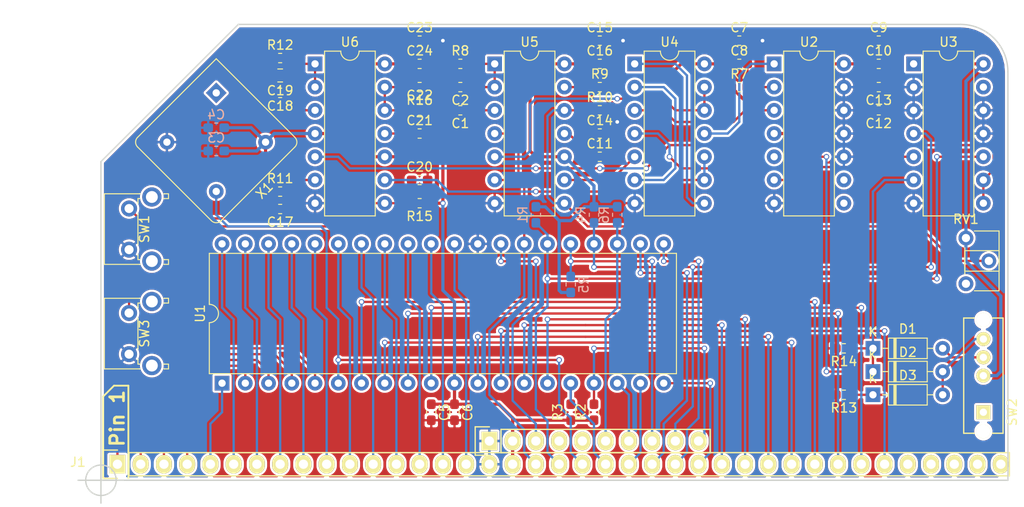
<source format=kicad_pcb>
(kicad_pcb (version 20171130) (host pcbnew "(5.1.5)-3")
  (layers (0 F.Cu signal) (31 B.Cu signal) (34 B.Paste user) (35 F.Paste user) (36 B.SilkS user) (37 F.SilkS user) (38 B.Mask user) (39 F.Mask user) (44 Edge.Cuts user))
  (net 0 "")
  (net 1 GND)
  (net 2 VCC)
  (net 3 A15)
  (net 4 A14)
  (net 5 A13)
  (net 6 A12)
  (net 7 A11)
  (net 8 A10)
  (net 9 A9)
  (net 10 A8)
  (net 11 A7)
  (net 12 A6)
  (net 13 A5)
  (net 14 A4)
  (net 15 A3)
  (net 16 A2)
  (net 17 A1)
  (net 18 A0)
  (net 19 /M1)
  (net 20 /RST)
  (net 21 CLK)
  (net 22 INT)
  (net 23 /MREQ)
  (net 24 /WR)
  (net 25 /RD)
  (net 26 /IORQ)
  (net 27 D0)
  (net 28 D1)
  (net 29 D2)
  (net 30 D3)
  (net 31 D4)
  (net 32 D5)
  (net 33 D6)
  (net 34 D7)
  (net 35 /RFSH)
  (net 36 /BUSACK)
  (net 37 /HALT)
  (net 38 /BUSREQ)
  (net 39 /WAIT)
  (net 40 /NMI)
  (net 41 "Net-(C1-Pad1)")
  (net 42 "Net-(C2-Pad1)")
  (net 43 "Net-(C11-Pad1)")
  (net 44 "Net-(C14-Pad1)")
  (net 45 "Net-(C17-Pad1)")
  (net 46 "Net-(C18-Pad1)")
  (net 47 "Net-(C19-Pad1)")
  (net 48 "Net-(C20-Pad1)")
  (net 49 "Net-(C21-Pad1)")
  (net 50 "Net-(C22-Pad1)")
  (net 51 /ENABLE_STEP)
  (net 52 "Net-(D2-Pad2)")
  (net 53 /ENABLE_AUTOSTEP)
  (net 54 "Net-(R7-Pad2)")
  (net 55 "Net-(R10-Pad2)")
  (net 56 "Net-(U2-Pad1)")
  (net 57 /STEP_CLK)
  (net 58 "Net-(U2-Pad6)")
  (net 59 "Net-(U4-Pad12)")
  (net 60 "Net-(U4-Pad2)")
  (net 61 "Net-(U4-Pad5)")
  (net 62 "Net-(U4-Pad10)")
  (net 63 /STEP_BTN)
  (net 64 "Net-(U3-Pad8)")
  (net 65 "Net-(D1-Pad2)")
  (module Pin_Headers:Pin_Header_Straight_1x39_Pitch2.54mm (layer F.Cu) (at 154.94 152.3746 90)
    (fp_text reference J1 (at 0.2286 -4.318 180) (layer F.SilkS))
    (fp_text value CONN_01X39)
    (pad 1 thru_hole rect (at 0 0 90) (size 2.032 1.7272) (drill 1.016) (layers *.Cu *.Mask F.SilkS) (net 3 A15))
    (pad 2 thru_hole oval (at 0 2.54 90) (size 2.032 1.7272) (drill 1.016) (layers *.Cu *.Mask F.SilkS) (net 4 A14))
    (pad 3 thru_hole oval (at 0 5.08 90) (size 2.032 1.7272) (drill 1.016) (layers *.Cu *.Mask F.SilkS) (net 5 A13))
    (pad 4 thru_hole oval (at 0 7.62 90) (size 2.032 1.7272) (drill 1.016) (layers *.Cu *.Mask F.SilkS) (net 6 A12))
    (pad 5 thru_hole oval (at 0 10.16 90) (size 2.032 1.7272) (drill 1.016) (layers *.Cu *.Mask F.SilkS) (net 7 A11))
    (pad 6 thru_hole oval (at 0 12.7 90) (size 2.032 1.7272) (drill 1.016) (layers *.Cu *.Mask F.SilkS) (net 8 A10))
    (pad 7 thru_hole oval (at 0 15.24 90) (size 2.032 1.7272) (drill 1.016) (layers *.Cu *.Mask F.SilkS) (net 9 A9))
    (pad 8 thru_hole oval (at 0 17.78 90) (size 2.032 1.7272) (drill 1.016) (layers *.Cu *.Mask F.SilkS) (net 10 A8))
    (pad 9 thru_hole oval (at 0 20.32 90) (size 2.032 1.7272) (drill 1.016) (layers *.Cu *.Mask F.SilkS) (net 11 A7))
    (pad 10 thru_hole oval (at 0 22.86 90) (size 2.032 1.7272) (drill 1.016) (layers *.Cu *.Mask F.SilkS) (net 12 A6))
    (pad 11 thru_hole oval (at 0 25.4 90) (size 2.032 1.7272) (drill 1.016) (layers *.Cu *.Mask F.SilkS) (net 13 A5))
    (pad 12 thru_hole oval (at 0 27.94 90) (size 2.032 1.7272) (drill 1.016) (layers *.Cu *.Mask F.SilkS) (net 14 A4))
    (pad 13 thru_hole oval (at 0 30.48 90) (size 2.032 1.7272) (drill 1.016) (layers *.Cu *.Mask F.SilkS) (net 15 A3))
    (pad 14 thru_hole oval (at 0 33.02 90) (size 2.032 1.7272) (drill 1.016) (layers *.Cu *.Mask F.SilkS) (net 16 A2))
    (pad 15 thru_hole oval (at 0 35.56 90) (size 2.032 1.7272) (drill 1.016) (layers *.Cu *.Mask F.SilkS) (net 17 A1))
    (pad 16 thru_hole oval (at 0 38.1 90) (size 2.032 1.7272) (drill 1.016) (layers *.Cu *.Mask F.SilkS) (net 18 A0))
    (pad 17 thru_hole oval (at 0 40.64 90) (size 2.032 1.7272) (drill 1.016) (layers *.Cu *.Mask F.SilkS) (net 1 GND))
    (pad 18 thru_hole oval (at 0 43.18 90) (size 2.032 1.7272) (drill 1.016) (layers *.Cu *.Mask F.SilkS) (net 2 VCC))
    (pad 19 thru_hole oval (at 0 45.72 90) (size 2.032 1.7272) (drill 1.016) (layers *.Cu *.Mask F.SilkS) (net 19 /M1))
    (pad 20 thru_hole oval (at 0 48.26 90) (size 2.032 1.7272) (drill 1.016) (layers *.Cu *.Mask F.SilkS) (net 20 /RST))
    (pad 21 thru_hole oval (at 0 50.8 90) (size 2.032 1.7272) (drill 1.016) (layers *.Cu *.Mask F.SilkS) (net 21 CLK))
    (pad 22 thru_hole oval (at 0 53.34 90) (size 2.032 1.7272) (drill 1.016) (layers *.Cu *.Mask F.SilkS) (net 22 INT))
    (pad 23 thru_hole oval (at 0 55.88 90) (size 2.032 1.7272) (drill 1.016) (layers *.Cu *.Mask F.SilkS) (net 23 /MREQ))
    (pad 24 thru_hole oval (at 0 58.42 90) (size 2.032 1.7272) (drill 1.016) (layers *.Cu *.Mask F.SilkS) (net 24 /WR))
    (pad 25 thru_hole oval (at 0 60.96 90) (size 2.032 1.7272) (drill 1.016) (layers *.Cu *.Mask F.SilkS) (net 25 /RD))
    (pad 26 thru_hole oval (at 0 63.5 90) (size 2.032 1.7272) (drill 1.016) (layers *.Cu *.Mask F.SilkS) (net 26 /IORQ))
    (pad 27 thru_hole oval (at 0 66.04 90) (size 2.032 1.7272) (drill 1.016) (layers *.Cu *.Mask F.SilkS) (net 27 D0))
    (pad 28 thru_hole oval (at 0 68.58 90) (size 2.032 1.7272) (drill 1.016) (layers *.Cu *.Mask F.SilkS) (net 28 D1))
    (pad 29 thru_hole oval (at 0 71.12 90) (size 2.032 1.7272) (drill 1.016) (layers *.Cu *.Mask F.SilkS) (net 29 D2))
    (pad 30 thru_hole oval (at 0 73.66 90) (size 2.032 1.7272) (drill 1.016) (layers *.Cu *.Mask F.SilkS) (net 30 D3))
    (pad 31 thru_hole oval (at 0 76.2 90) (size 2.032 1.7272) (drill 1.016) (layers *.Cu *.Mask F.SilkS) (net 31 D4))
    (pad 32 thru_hole oval (at 0 78.74 90) (size 2.032 1.7272) (drill 1.016) (layers *.Cu *.Mask F.SilkS) (net 32 D5))
    (pad 33 thru_hole oval (at 0 81.28 90) (size 2.032 1.7272) (drill 1.016) (layers *.Cu *.Mask F.SilkS) (net 33 D6))
    (pad 34 thru_hole oval (at 0 83.82 90) (size 2.032 1.7272) (drill 1.016) (layers *.Cu *.Mask F.SilkS) (net 34 D7))
    (pad 35 thru_hole oval (at 0 86.36 90) (size 2.032 1.7272) (drill 1.016) (layers *.Cu *.Mask F.SilkS))
    (pad 36 thru_hole oval (at 0 88.9 90) (size 2.032 1.7272) (drill 1.016) (layers *.Cu *.Mask F.SilkS))
    (pad 37 thru_hole oval (at 0 91.44 90) (size 2.032 1.7272) (drill 1.016) (layers *.Cu *.Mask F.SilkS))
    (pad 38 thru_hole oval (at 0 93.98 90) (size 2.032 1.7272) (drill 1.016) (layers *.Cu *.Mask F.SilkS))
    (pad 39 thru_hole oval (at 0 96.52 90) (size 2.032 1.7272) (drill 1.016) (layers *.Cu *.Mask F.SilkS))
  )
  (module Pin_Headers:Pin_Header_Straight_1x10_Pitch2.54mm (layer F.Cu) (at 195.58 149.8346 90)
    (fp_text reference J2 hide)
    (fp_text value CONN_01X10 hide)
    (pad 1 thru_hole rect (at 0 0 90) (size 2.032 1.7272) (drill 1.016) (layers *.Cu *.Mask F.SilkS) (net 1 GND))
    (pad 2 thru_hole oval (at 0 2.54 90) (size 2.032 1.7272) (drill 1.016) (layers *.Cu *.Mask F.SilkS) (net 2 VCC))
    (pad 3 thru_hole oval (at 0 5.08 90) (size 2.032 1.7272) (drill 1.016) (layers *.Cu *.Mask F.SilkS) (net 35 /RFSH))
    (pad 4 thru_hole oval (at 0 7.62 90) (size 2.032 1.7272) (drill 1.016) (layers *.Cu *.Mask F.SilkS))
    (pad 5 thru_hole oval (at 0 10.16 90) (size 2.032 1.7272) (drill 1.016) (layers *.Cu *.Mask F.SilkS))
    (pad 6 thru_hole oval (at 0 12.7 90) (size 2.032 1.7272) (drill 1.016) (layers *.Cu *.Mask F.SilkS) (net 36 /BUSACK))
    (pad 7 thru_hole oval (at 0 15.24 90) (size 2.032 1.7272) (drill 1.016) (layers *.Cu *.Mask F.SilkS) (net 37 /HALT))
    (pad 8 thru_hole oval (at 0 17.78 90) (size 2.032 1.7272) (drill 1.016) (layers *.Cu *.Mask F.SilkS) (net 38 /BUSREQ))
    (pad 9 thru_hole oval (at 0 20.32 90) (size 2.032 1.7272) (drill 1.016) (layers *.Cu *.Mask F.SilkS) (net 39 /WAIT))
    (pad 10 thru_hole oval (at 0 22.86 90) (size 2.032 1.7272) (drill 1.016) (layers *.Cu *.Mask F.SilkS) (net 40 /NMI))
  )
  (module Capacitor_SMD:C_0603_1608Metric_Pad1.05x0.95mm_HandSolder (layer F.Cu) (at 192.405 113.665 180)
    (fp_text reference C1 (at 0 -1.43) (layer F.SilkS))
    (fp_text value 10n)
    (pad 2 smd roundrect (at 0.875 0 180) (size 1.05 0.95) (layers F.Cu F.Paste F.Mask) (net 1 GND))
    (pad 1 smd roundrect (at -0.875 0 180) (size 1.05 0.95) (layers F.Cu F.Paste F.Mask) (net 41 "Net-(C1-Pad1)"))
  )
  (module Capacitor_SMD:C_0603_1608Metric_Pad1.05x0.95mm_HandSolder (layer F.Cu) (at 192.405 111.125 180)
    (fp_text reference C2 (at 0 -1.43) (layer F.SilkS))
    (fp_text value 10n)
    (pad 1 smd roundrect (at -0.875 0 180) (size 1.05 0.95) (layers F.Cu F.Paste F.Mask) (net 42 "Net-(C2-Pad1)"))
    (pad 2 smd roundrect (at 0.875 0 180) (size 1.05 0.95) (layers F.Cu F.Paste F.Mask) (net 1 GND))
  )
  (module Capacitor_SMD:C_0603_1608Metric_Pad1.05x0.95mm_HandSolder (layer B.Cu) (at 165.735 118.11 180)
    (fp_text reference C3 (at 0 1.43) (layer B.SilkS) (effects (justify mirror)))
    (fp_text value 1u)
    (pad 1 smd roundrect (at -0.875 0 180) (size 1.05 0.95) (layers B.Cu B.Paste B.Mask) (net 2 VCC))
    (pad 2 smd roundrect (at 0.875 0 180) (size 1.05 0.95) (layers B.Cu B.Paste B.Mask) (net 1 GND))
  )
  (module Capacitor_SMD:C_0603_1608Metric_Pad1.05x0.95mm_HandSolder (layer B.Cu) (at 165.735 115.57 180)
    (fp_text reference C4 (at 0 1.43) (layer B.SilkS) (effects (justify mirror)))
    (fp_text value 100n)
    (pad 2 smd roundrect (at 0.875 0 180) (size 1.05 0.95) (layers B.Cu B.Paste B.Mask) (net 1 GND))
    (pad 1 smd roundrect (at -0.875 0 180) (size 1.05 0.95) (layers B.Cu B.Paste B.Mask) (net 2 VCC))
  )
  (module Capacitor_SMD:C_0603_1608Metric_Pad1.05x0.95mm_HandSolder (layer F.Cu) (at 189.23 146.685 270)
    (fp_text reference C5 (at 0 -1.43 90) (layer F.SilkS))
    (fp_text value 1u)
    (pad 1 smd roundrect (at -0.875 0 270) (size 1.05 0.95) (layers F.Cu F.Paste F.Mask) (net 2 VCC))
    (pad 2 smd roundrect (at 0.875 0 270) (size 1.05 0.95) (layers F.Cu F.Paste F.Mask) (net 1 GND))
  )
  (module Capacitor_SMD:C_0603_1608Metric_Pad1.05x0.95mm_HandSolder (layer F.Cu) (at 191.77 146.685 270)
    (fp_text reference C6 (at 0 -1.43 90) (layer F.SilkS))
    (fp_text value 100n)
    (pad 2 smd roundrect (at 0.875 0 270) (size 1.05 0.95) (layers F.Cu F.Paste F.Mask) (net 1 GND))
    (pad 1 smd roundrect (at -0.875 0 270) (size 1.05 0.95) (layers F.Cu F.Paste F.Mask) (net 2 VCC))
  )
  (module Capacitor_SMD:C_0603_1608Metric_Pad1.05x0.95mm_HandSolder (layer F.Cu) (at 222.885 106.045)
    (fp_text reference C7 (at 0 -1.43) (layer F.SilkS))
    (fp_text value 1u)
    (pad 1 smd roundrect (at -0.875 0) (size 1.05 0.95) (layers F.Cu F.Paste F.Mask) (net 2 VCC))
    (pad 2 smd roundrect (at 0.875 0) (size 1.05 0.95) (layers F.Cu F.Paste F.Mask) (net 1 GND))
  )
  (module Capacitor_SMD:C_0603_1608Metric_Pad1.05x0.95mm_HandSolder (layer F.Cu) (at 222.885 108.585)
    (fp_text reference C8 (at 0 -1.43) (layer F.SilkS))
    (fp_text value 100n)
    (pad 2 smd roundrect (at 0.875 0) (size 1.05 0.95) (layers F.Cu F.Paste F.Mask) (net 1 GND))
    (pad 1 smd roundrect (at -0.875 0) (size 1.05 0.95) (layers F.Cu F.Paste F.Mask) (net 2 VCC))
  )
  (module Capacitor_SMD:C_0603_1608Metric_Pad1.05x0.95mm_HandSolder (layer F.Cu) (at 238.125 106.045)
    (fp_text reference C9 (at 0 -1.43) (layer F.SilkS))
    (fp_text value 1u)
    (pad 1 smd roundrect (at -0.875 0) (size 1.05 0.95) (layers F.Cu F.Paste F.Mask) (net 2 VCC))
    (pad 2 smd roundrect (at 0.875 0) (size 1.05 0.95) (layers F.Cu F.Paste F.Mask) (net 1 GND))
  )
  (module Capacitor_SMD:C_0603_1608Metric_Pad1.05x0.95mm_HandSolder (layer F.Cu) (at 238.125 108.585)
    (fp_text reference C10 (at 0 -1.43) (layer F.SilkS))
    (fp_text value 100n)
    (pad 2 smd roundrect (at 0.875 0) (size 1.05 0.95) (layers F.Cu F.Paste F.Mask) (net 1 GND))
    (pad 1 smd roundrect (at -0.875 0) (size 1.05 0.95) (layers F.Cu F.Paste F.Mask) (net 2 VCC))
  )
  (module Capacitor_SMD:C_0603_1608Metric_Pad1.05x0.95mm_HandSolder (layer F.Cu) (at 207.645 118.745)
    (fp_text reference C11 (at 0 -1.43) (layer F.SilkS))
    (fp_text value 10n)
    (pad 2 smd roundrect (at 0.875 0) (size 1.05 0.95) (layers F.Cu F.Paste F.Mask) (net 1 GND))
    (pad 1 smd roundrect (at -0.875 0) (size 1.05 0.95) (layers F.Cu F.Paste F.Mask) (net 43 "Net-(C11-Pad1)"))
  )
  (module Capacitor_SMD:C_0603_1608Metric_Pad1.05x0.95mm_HandSolder (layer F.Cu) (at 238.125 113.665 180)
    (fp_text reference C12 (at 0 -1.43) (layer F.SilkS))
    (fp_text value 1u)
    (pad 1 smd roundrect (at -0.875 0 180) (size 1.05 0.95) (layers F.Cu F.Paste F.Mask) (net 2 VCC))
    (pad 2 smd roundrect (at 0.875 0 180) (size 1.05 0.95) (layers F.Cu F.Paste F.Mask) (net 1 GND))
  )
  (module Capacitor_SMD:C_0603_1608Metric_Pad1.05x0.95mm_HandSolder (layer F.Cu) (at 238.125 111.125 180)
    (fp_text reference C13 (at 0 -1.43) (layer F.SilkS))
    (fp_text value 100n)
    (pad 2 smd roundrect (at 0.875 0 180) (size 1.05 0.95) (layers F.Cu F.Paste F.Mask) (net 1 GND))
    (pad 1 smd roundrect (at -0.875 0 180) (size 1.05 0.95) (layers F.Cu F.Paste F.Mask) (net 2 VCC))
  )
  (module Capacitor_SMD:C_0603_1608Metric_Pad1.05x0.95mm_HandSolder (layer F.Cu) (at 207.645 116.205)
    (fp_text reference C14 (at 0 -1.43) (layer F.SilkS))
    (fp_text value 1u)
    (pad 1 smd roundrect (at -0.875 0) (size 1.05 0.95) (layers F.Cu F.Paste F.Mask) (net 44 "Net-(C14-Pad1)"))
    (pad 2 smd roundrect (at 0.875 0) (size 1.05 0.95) (layers F.Cu F.Paste F.Mask) (net 1 GND))
  )
  (module Capacitor_SMD:C_0603_1608Metric_Pad1.05x0.95mm_HandSolder (layer F.Cu) (at 207.645 106.045)
    (fp_text reference C15 (at 0 -1.43) (layer F.SilkS))
    (fp_text value 1u)
    (pad 1 smd roundrect (at -0.875 0) (size 1.05 0.95) (layers F.Cu F.Paste F.Mask) (net 2 VCC))
    (pad 2 smd roundrect (at 0.875 0) (size 1.05 0.95) (layers F.Cu F.Paste F.Mask) (net 1 GND))
  )
  (module Capacitor_SMD:C_0603_1608Metric_Pad1.05x0.95mm_HandSolder (layer F.Cu) (at 207.645 108.585)
    (fp_text reference C16 (at 0 -1.43) (layer F.SilkS))
    (fp_text value 100n)
    (pad 2 smd roundrect (at 0.875 0) (size 1.05 0.95) (layers F.Cu F.Paste F.Mask) (net 1 GND))
    (pad 1 smd roundrect (at -0.875 0) (size 1.05 0.95) (layers F.Cu F.Paste F.Mask) (net 2 VCC))
  )
  (module Capacitor_SMD:C_0603_1608Metric_Pad1.05x0.95mm_HandSolder (layer F.Cu) (at 172.72 124.46 180)
    (fp_text reference C17 (at 0 -1.43) (layer F.SilkS))
    (fp_text value 100n)
    (pad 1 smd roundrect (at -0.875 0 180) (size 1.05 0.95) (layers F.Cu F.Paste F.Mask) (net 45 "Net-(C17-Pad1)"))
    (pad 2 smd roundrect (at 0.875 0 180) (size 1.05 0.95) (layers F.Cu F.Paste F.Mask) (net 1 GND))
  )
  (module Capacitor_SMD:C_0603_1608Metric_Pad1.05x0.95mm_HandSolder (layer F.Cu) (at 172.72 111.76 180)
    (fp_text reference C18 (at 0 -1.43) (layer F.SilkS))
    (fp_text value 10n)
    (pad 1 smd roundrect (at -0.875 0 180) (size 1.05 0.95) (layers F.Cu F.Paste F.Mask) (net 46 "Net-(C18-Pad1)"))
    (pad 2 smd roundrect (at 0.875 0 180) (size 1.05 0.95) (layers F.Cu F.Paste F.Mask) (net 1 GND))
  )
  (module Capacitor_SMD:C_0805_2012Metric_Pad1.15x1.40mm_HandSolder (layer F.Cu) (at 172.72 109.855 180)
    (fp_text reference C19 (at 0 -1.65) (layer F.SilkS))
    (fp_text value 10u)
    (pad 1 smd roundrect (at -1.025 0 180) (size 1.15 1.4) (layers F.Cu F.Paste F.Mask) (roundrect_rratio 0.217391) (net 47 "Net-(C19-Pad1)"))
    (pad 2 smd roundrect (at 1.025 0 180) (size 1.15 1.4) (layers F.Cu F.Paste F.Mask) (roundrect_rratio 0.217391) (net 1 GND))
  )
  (module Capacitor_SMD:C_0603_1608Metric_Pad1.05x0.95mm_HandSolder (layer F.Cu) (at 187.96 121.285)
    (fp_text reference C20 (at 0 -1.43) (layer F.SilkS))
    (fp_text value 100n)
    (pad 2 smd roundrect (at 0.875 0) (size 1.05 0.95) (layers F.Cu F.Paste F.Mask) (net 1 GND))
    (pad 1 smd roundrect (at -0.875 0) (size 1.05 0.95) (layers F.Cu F.Paste F.Mask) (net 48 "Net-(C20-Pad1)"))
  )
  (module Capacitor_SMD:C_0603_1608Metric_Pad1.05x0.95mm_HandSolder (layer F.Cu) (at 187.96 116.205)
    (fp_text reference C21 (at 0 -1.43) (layer F.SilkS))
    (fp_text value 10n)
    (pad 1 smd roundrect (at -0.875 0) (size 1.05 0.95) (layers F.Cu F.Paste F.Mask) (net 49 "Net-(C21-Pad1)"))
    (pad 2 smd roundrect (at 0.875 0) (size 1.05 0.95) (layers F.Cu F.Paste F.Mask) (net 1 GND))
  )
  (module Capacitor_SMD:C_0805_2012Metric_Pad1.15x1.40mm_HandSolder (layer F.Cu) (at 187.96 113.665)
    (fp_text reference C22 (at 0 -1.65) (layer F.SilkS))
    (fp_text value 10u)
    (pad 2 smd roundrect (at 1.025 0) (size 1.15 1.4) (layers F.Cu F.Paste F.Mask) (roundrect_rratio 0.217391) (net 1 GND))
    (pad 1 smd roundrect (at -1.025 0) (size 1.15 1.4) (layers F.Cu F.Paste F.Mask) (roundrect_rratio 0.217391) (net 50 "Net-(C22-Pad1)"))
  )
  (module Capacitor_SMD:C_0603_1608Metric_Pad1.05x0.95mm_HandSolder (layer F.Cu) (at 187.96 106.045)
    (fp_text reference C23 (at 0 -1.43) (layer F.SilkS))
    (fp_text value 1u)
    (pad 2 smd roundrect (at 0.875 0) (size 1.05 0.95) (layers F.Cu F.Paste F.Mask) (net 1 GND))
    (pad 1 smd roundrect (at -0.875 0) (size 1.05 0.95) (layers F.Cu F.Paste F.Mask) (net 2 VCC))
  )
  (module Capacitor_SMD:C_0603_1608Metric_Pad1.05x0.95mm_HandSolder (layer F.Cu) (at 187.96 108.585)
    (fp_text reference C24 (at 0 -1.43) (layer F.SilkS))
    (fp_text value 100n)
    (pad 2 smd roundrect (at 0.875 0) (size 1.05 0.95) (layers F.Cu F.Paste F.Mask) (net 1 GND))
    (pad 1 smd roundrect (at -0.875 0) (size 1.05 0.95) (layers F.Cu F.Paste F.Mask) (net 2 VCC))
  )
  (module Diode_THT:D_DO-35_SOD27_P7.62mm_Horizontal (layer F.Cu) (at 237.49 139.7)
    (fp_text reference D1 (at 3.81 -2.12) (layer F.SilkS))
    (fp_text value 1N4148)
    (fp_text user K (at 0 -1.8) (layer F.SilkS))
    (pad 2 thru_hole oval (at 7.62 0) (size 1.6 1.6) (drill 0.8) (layers *.Cu *.Mask) (net 65 "Net-(D1-Pad2)"))
    (pad 1 thru_hole rect (at 0 0) (size 1.6 1.6) (drill 0.8) (layers *.Cu *.Mask) (net 51 /ENABLE_STEP))
  )
  (module Diode_THT:D_DO-35_SOD27_P7.62mm_Horizontal (layer F.Cu) (at 237.49 142.24)
    (fp_text reference D2 (at 3.81 -2.12) (layer F.SilkS))
    (fp_text value 1N4148)
    (fp_text user K (at 0 -1.8) (layer F.SilkS))
    (pad 1 thru_hole rect (at 0 0) (size 1.6 1.6) (drill 0.8) (layers *.Cu *.Mask) (net 51 /ENABLE_STEP))
    (pad 2 thru_hole oval (at 7.62 0) (size 1.6 1.6) (drill 0.8) (layers *.Cu *.Mask) (net 52 "Net-(D2-Pad2)"))
  )
  (module Diode_THT:D_DO-35_SOD27_P7.62mm_Horizontal (layer F.Cu) (at 237.49 144.78)
    (fp_text reference D3 (at 3.81 -2.12) (layer F.SilkS))
    (fp_text value 1N4148)
    (fp_text user K (at 0 -1.8) (layer F.SilkS))
    (pad 1 thru_hole rect (at 0 0) (size 1.6 1.6) (drill 0.8) (layers *.Cu *.Mask) (net 53 /ENABLE_AUTOSTEP))
    (pad 2 thru_hole oval (at 7.62 0) (size 1.6 1.6) (drill 0.8) (layers *.Cu *.Mask) (net 52 "Net-(D2-Pad2)"))
  )
  (module Resistor_SMD:R_0603_1608Metric_Pad1.05x0.95mm_HandSolder (layer B.Cu) (at 200.66 125.095 270)
    (fp_text reference R1 (at 0 1.43 270) (layer B.SilkS) (effects (justify mirror)))
    (fp_text value 10K)
    (pad 1 smd roundrect (at -0.875 0 270) (size 1.05 0.95) (layers B.Cu B.Paste B.Mask) (net 2 VCC))
    (pad 2 smd roundrect (at 0.875 0 270) (size 1.05 0.95) (layers B.Cu B.Paste B.Mask) (net 20 /RST))
  )
  (module Resistor_SMD:R_0603_1608Metric_Pad1.05x0.95mm_HandSolder (layer F.Cu) (at 207.01 146.685 90)
    (fp_text reference R2 (at 0 -1.43 90) (layer F.SilkS))
    (fp_text value 10K)
    (pad 2 smd roundrect (at 0.875 0 90) (size 1.05 0.95) (layers F.Cu F.Paste F.Mask) (net 40 /NMI))
    (pad 1 smd roundrect (at -0.875 0 90) (size 1.05 0.95) (layers F.Cu F.Paste F.Mask) (net 2 VCC))
  )
  (module Resistor_SMD:R_0603_1608Metric_Pad1.05x0.95mm_HandSolder (layer F.Cu) (at 204.47 146.685 90)
    (fp_text reference R3 (at 0 -1.43 90) (layer F.SilkS))
    (fp_text value 10K)
    (pad 1 smd roundrect (at -0.875 0 90) (size 1.05 0.95) (layers F.Cu F.Paste F.Mask) (net 2 VCC))
    (pad 2 smd roundrect (at 0.875 0 90) (size 1.05 0.95) (layers F.Cu F.Paste F.Mask) (net 22 INT))
  )
  (module Resistor_SMD:R_0603_1608Metric_Pad1.05x0.95mm_HandSolder (layer B.Cu) (at 207.01 125.095 270)
    (fp_text reference R4 (at 0 1.43 270) (layer B.SilkS) (effects (justify mirror)))
    (fp_text value 10K)
    (pad 2 smd roundrect (at 0.875 0 270) (size 1.05 0.95) (layers B.Cu B.Paste B.Mask) (net 39 /WAIT))
    (pad 1 smd roundrect (at -0.875 0 270) (size 1.05 0.95) (layers B.Cu B.Paste B.Mask) (net 2 VCC))
  )
  (module Resistor_SMD:R_0603_1608Metric_Pad1.05x0.95mm_HandSolder (layer B.Cu) (at 204.47 132.715 90)
    (fp_text reference R5 (at 0 1.43 270) (layer B.SilkS) (effects (justify mirror)))
    (fp_text value 10K)
    (pad 1 smd roundrect (at -0.875 0 90) (size 1.05 0.95) (layers B.Cu B.Paste B.Mask) (net 2 VCC))
    (pad 2 smd roundrect (at 0.875 0 90) (size 1.05 0.95) (layers B.Cu B.Paste B.Mask) (net 38 /BUSREQ))
  )
  (module Resistor_SMD:R_0603_1608Metric_Pad1.05x0.95mm_HandSolder (layer B.Cu) (at 209.55 125.095 270)
    (fp_text reference R6 (at 0 1.43 270) (layer B.SilkS) (effects (justify mirror)))
    (fp_text value 10K)
    (pad 2 smd roundrect (at 0.875 0 270) (size 1.05 0.95) (layers B.Cu B.Paste B.Mask) (net 36 /BUSACK))
    (pad 1 smd roundrect (at -0.875 0 270) (size 1.05 0.95) (layers B.Cu B.Paste B.Mask) (net 2 VCC))
  )
  (module Resistor_SMD:R_0603_1608Metric_Pad1.05x0.95mm_HandSolder (layer F.Cu) (at 222.885 111.125)
    (fp_text reference R7 (at 0 -1.43) (layer F.SilkS))
    (fp_text value 10K)
    (pad 2 smd roundrect (at 0.875 0) (size 1.05 0.95) (layers F.Cu F.Paste F.Mask) (net 54 "Net-(R7-Pad2)"))
    (pad 1 smd roundrect (at -0.875 0) (size 1.05 0.95) (layers F.Cu F.Paste F.Mask) (net 2 VCC))
  )
  (module Resistor_SMD:R_0603_1608Metric_Pad1.05x0.95mm_HandSolder (layer F.Cu) (at 192.405 108.585)
    (fp_text reference R8 (at 0 -1.43) (layer F.SilkS))
    (fp_text value 10K)
    (pad 1 smd roundrect (at -0.875 0) (size 1.05 0.95) (layers F.Cu F.Paste F.Mask) (net 2 VCC))
    (pad 2 smd roundrect (at 0.875 0) (size 1.05 0.95) (layers F.Cu F.Paste F.Mask) (net 42 "Net-(C2-Pad1)"))
  )
  (module Resistor_SMD:R_0603_1608Metric_Pad1.05x0.95mm_HandSolder (layer F.Cu) (at 207.645 111.125)
    (fp_text reference R9 (at 0 -1.43) (layer F.SilkS))
    (fp_text value 10K)
    (pad 1 smd roundrect (at -0.875 0) (size 1.05 0.95) (layers F.Cu F.Paste F.Mask) (net 55 "Net-(R10-Pad2)"))
    (pad 2 smd roundrect (at 0.875 0) (size 1.05 0.95) (layers F.Cu F.Paste F.Mask) (net 2 VCC))
  )
  (module Resistor_SMD:R_0603_1608Metric_Pad1.05x0.95mm_HandSolder (layer F.Cu) (at 207.645 113.665)
    (fp_text reference R10 (at 0 -1.43) (layer F.SilkS))
    (fp_text value 10K)
    (pad 1 smd roundrect (at -0.875 0) (size 1.05 0.95) (layers F.Cu F.Paste F.Mask) (net 44 "Net-(C14-Pad1)"))
    (pad 2 smd roundrect (at 0.875 0) (size 1.05 0.95) (layers F.Cu F.Paste F.Mask) (net 55 "Net-(R10-Pad2)"))
  )
  (module Resistor_SMD:R_0603_1608Metric_Pad1.05x0.95mm_HandSolder (layer F.Cu) (at 172.72 122.555)
    (fp_text reference R11 (at 0 -1.43) (layer F.SilkS))
    (fp_text value 47K)
    (pad 2 smd roundrect (at 0.875 0) (size 1.05 0.95) (layers F.Cu F.Paste F.Mask) (net 45 "Net-(C17-Pad1)"))
    (pad 1 smd roundrect (at -0.875 0) (size 1.05 0.95) (layers F.Cu F.Paste F.Mask) (net 2 VCC))
  )
  (module Resistor_SMD:R_0603_1608Metric_Pad1.05x0.95mm_HandSolder (layer F.Cu) (at 172.72 107.95)
    (fp_text reference R12 (at 0 -1.43) (layer F.SilkS))
    (fp_text value 10K)
    (pad 2 smd roundrect (at 0.875 0) (size 1.05 0.95) (layers F.Cu F.Paste F.Mask) (net 47 "Net-(C19-Pad1)"))
    (pad 1 smd roundrect (at -0.875 0) (size 1.05 0.95) (layers F.Cu F.Paste F.Mask) (net 2 VCC))
  )
  (module Resistor_SMD:R_0603_1608Metric_Pad1.05x0.95mm_HandSolder (layer F.Cu) (at 234.315 144.78 180)
    (fp_text reference R13 (at 0 -1.43) (layer F.SilkS))
    (fp_text value 10K)
    (pad 2 smd roundrect (at 0.875 0 180) (size 1.05 0.95) (layers F.Cu F.Paste F.Mask) (net 1 GND))
    (pad 1 smd roundrect (at -0.875 0 180) (size 1.05 0.95) (layers F.Cu F.Paste F.Mask) (net 53 /ENABLE_AUTOSTEP))
  )
  (module Resistor_SMD:R_0603_1608Metric_Pad1.05x0.95mm_HandSolder (layer F.Cu) (at 234.315 139.7 180)
    (fp_text reference R14 (at 0 -1.43) (layer F.SilkS))
    (fp_text value 10K)
    (pad 1 smd roundrect (at -0.875 0 180) (size 1.05 0.95) (layers F.Cu F.Paste F.Mask) (net 51 /ENABLE_STEP))
    (pad 2 smd roundrect (at 0.875 0 180) (size 1.05 0.95) (layers F.Cu F.Paste F.Mask) (net 1 GND))
  )
  (module Resistor_SMD:R_0603_1608Metric_Pad1.05x0.95mm_HandSolder (layer F.Cu) (at 187.96 123.825 180)
    (fp_text reference R15 (at 0 -1.43) (layer F.SilkS))
    (fp_text value 47K)
    (pad 1 smd roundrect (at -0.875 0 180) (size 1.05 0.95) (layers F.Cu F.Paste F.Mask) (net 2 VCC))
    (pad 2 smd roundrect (at 0.875 0 180) (size 1.05 0.95) (layers F.Cu F.Paste F.Mask) (net 48 "Net-(C20-Pad1)"))
  )
  (module Resistor_SMD:R_0603_1608Metric_Pad1.05x0.95mm_HandSolder (layer F.Cu) (at 187.96 111.125 180)
    (fp_text reference R16 (at 0 -1.43) (layer F.SilkS))
    (fp_text value 10K)
    (pad 2 smd roundrect (at 0.875 0 180) (size 1.05 0.95) (layers F.Cu F.Paste F.Mask) (net 50 "Net-(C22-Pad1)"))
    (pad 1 smd roundrect (at -0.875 0 180) (size 1.05 0.95) (layers F.Cu F.Paste F.Mask) (net 2 VCC))
  )
  (module Potentiometer_THT:Potentiometer_Piher_PT-6-H_Horizontal (layer F.Cu) (at 247.65 127.635)
    (fp_text reference RV1 (at 0 -2.06) (layer F.SilkS))
    (fp_text value 500K)
    (pad 3 thru_hole circle (at 0 5) (size 1.62 1.62) (drill 0.9) (layers *.Cu *.Mask))
    (pad 2 thru_hole circle (at 2.5 2.5) (size 1.62 1.62) (drill 0.9) (layers *.Cu *.Mask) (net 44 "Net-(C14-Pad1)"))
    (pad 1 thru_hole circle (at 0 0) (size 1.62 1.62) (drill 0.9) (layers *.Cu *.Mask) (net 2 VCC))
  )
  (module Button_Switch_THT:SW_Tactile_SPST_Angled_PTS645Vx31-2LFS (layer F.Cu) (at 156.21 128.905 90)
    (fp_text reference SW1 (at 2.25 1.68 90) (layer F.SilkS))
    (fp_text value SW_Push)
    (pad "" thru_hole circle (at -1.25 2.49 90) (size 2.1 2.1) (drill 1.3) (layers *.Cu *.Mask))
    (pad 1 thru_hole circle (at 0 0 90) (size 1.75 1.75) (drill 0.99) (layers *.Cu *.Mask) (net 1 GND))
    (pad 2 thru_hole circle (at 4.5 0 90) (size 1.75 1.75) (drill 0.99) (layers *.Cu *.Mask) (net 45 "Net-(C17-Pad1)"))
    (pad "" thru_hole circle (at 5.76 2.49 90) (size 2.1 2.1) (drill 1.3) (layers *.Cu *.Mask))
  )
  (module Button_Switch_THT:SW_Tactile_SPST_Angled_PTS645Vx31-2LFS (layer F.Cu) (at 156.21 140.335 90)
    (fp_text reference SW3 (at 2.25 1.68 90) (layer F.SilkS))
    (fp_text value SW_Push)
    (pad "" thru_hole circle (at 5.76 2.49 90) (size 2.1 2.1) (drill 1.3) (layers *.Cu *.Mask))
    (pad 2 thru_hole circle (at 4.5 0 90) (size 1.75 1.75) (drill 0.99) (layers *.Cu *.Mask) (net 48 "Net-(C20-Pad1)"))
    (pad 1 thru_hole circle (at 0 0 90) (size 1.75 1.75) (drill 0.99) (layers *.Cu *.Mask) (net 1 GND))
    (pad "" thru_hole circle (at -1.25 2.49 90) (size 2.1 2.1) (drill 1.3) (layers *.Cu *.Mask))
  )
  (module Housings_DIP:DIP-40_W15.24mm (layer F.Cu) (at 166.37 143.51 90)
    (fp_text reference U1 (at 7.62 -2.39 90) (layer F.SilkS))
    (fp_text value Z80CPU)
    (pad 1 thru_hole rect (at 0 0 90) (size 1.6 1.6) (drill 0.8) (layers *.Cu *.Mask) (net 7 A11))
    (pad 21 thru_hole oval (at 15.24 48.26 90) (size 1.6 1.6) (drill 0.8) (layers *.Cu *.Mask) (net 25 /RD))
    (pad 2 thru_hole oval (at 0 2.54 90) (size 1.6 1.6) (drill 0.8) (layers *.Cu *.Mask) (net 6 A12))
    (pad 22 thru_hole oval (at 15.24 45.72 90) (size 1.6 1.6) (drill 0.8) (layers *.Cu *.Mask) (net 24 /WR))
    (pad 3 thru_hole oval (at 0 5.08 90) (size 1.6 1.6) (drill 0.8) (layers *.Cu *.Mask) (net 5 A13))
    (pad 23 thru_hole oval (at 15.24 43.18 90) (size 1.6 1.6) (drill 0.8) (layers *.Cu *.Mask) (net 36 /BUSACK))
    (pad 4 thru_hole oval (at 0 7.62 90) (size 1.6 1.6) (drill 0.8) (layers *.Cu *.Mask) (net 4 A14))
    (pad 24 thru_hole oval (at 15.24 40.64 90) (size 1.6 1.6) (drill 0.8) (layers *.Cu *.Mask) (net 39 /WAIT))
    (pad 5 thru_hole oval (at 0 10.16 90) (size 1.6 1.6) (drill 0.8) (layers *.Cu *.Mask) (net 3 A15))
    (pad 25 thru_hole oval (at 15.24 38.1 90) (size 1.6 1.6) (drill 0.8) (layers *.Cu *.Mask) (net 38 /BUSREQ))
    (pad 6 thru_hole oval (at 0 12.7 90) (size 1.6 1.6) (drill 0.8) (layers *.Cu *.Mask) (net 21 CLK))
    (pad 26 thru_hole oval (at 15.24 35.56 90) (size 1.6 1.6) (drill 0.8) (layers *.Cu *.Mask) (net 20 /RST))
    (pad 7 thru_hole oval (at 0 15.24 90) (size 1.6 1.6) (drill 0.8) (layers *.Cu *.Mask) (net 31 D4))
    (pad 27 thru_hole oval (at 15.24 33.02 90) (size 1.6 1.6) (drill 0.8) (layers *.Cu *.Mask) (net 19 /M1))
    (pad 8 thru_hole oval (at 0 17.78 90) (size 1.6 1.6) (drill 0.8) (layers *.Cu *.Mask) (net 30 D3))
    (pad 28 thru_hole oval (at 15.24 30.48 90) (size 1.6 1.6) (drill 0.8) (layers *.Cu *.Mask) (net 35 /RFSH))
    (pad 9 thru_hole oval (at 0 20.32 90) (size 1.6 1.6) (drill 0.8) (layers *.Cu *.Mask) (net 32 D5))
    (pad 29 thru_hole oval (at 15.24 27.94 90) (size 1.6 1.6) (drill 0.8) (layers *.Cu *.Mask) (net 1 GND))
    (pad 10 thru_hole oval (at 0 22.86 90) (size 1.6 1.6) (drill 0.8) (layers *.Cu *.Mask) (net 33 D6))
    (pad 30 thru_hole oval (at 15.24 25.4 90) (size 1.6 1.6) (drill 0.8) (layers *.Cu *.Mask) (net 18 A0))
    (pad 11 thru_hole oval (at 0 25.4 90) (size 1.6 1.6) (drill 0.8) (layers *.Cu *.Mask) (net 2 VCC))
    (pad 31 thru_hole oval (at 15.24 22.86 90) (size 1.6 1.6) (drill 0.8) (layers *.Cu *.Mask) (net 17 A1))
    (pad 12 thru_hole oval (at 0 27.94 90) (size 1.6 1.6) (drill 0.8) (layers *.Cu *.Mask) (net 29 D2))
    (pad 32 thru_hole oval (at 15.24 20.32 90) (size 1.6 1.6) (drill 0.8) (layers *.Cu *.Mask) (net 16 A2))
    (pad 13 thru_hole oval (at 0 30.48 90) (size 1.6 1.6) (drill 0.8) (layers *.Cu *.Mask) (net 34 D7))
    (pad 33 thru_hole oval (at 15.24 17.78 90) (size 1.6 1.6) (drill 0.8) (layers *.Cu *.Mask) (net 15 A3))
    (pad 14 thru_hole oval (at 0 33.02 90) (size 1.6 1.6) (drill 0.8) (layers *.Cu *.Mask) (net 27 D0))
    (pad 34 thru_hole oval (at 15.24 15.24 90) (size 1.6 1.6) (drill 0.8) (layers *.Cu *.Mask) (net 14 A4))
    (pad 15 thru_hole oval (at 0 35.56 90) (size 1.6 1.6) (drill 0.8) (layers *.Cu *.Mask) (net 28 D1))
    (pad 35 thru_hole oval (at 15.24 12.7 90) (size 1.6 1.6) (drill 0.8) (layers *.Cu *.Mask) (net 13 A5))
    (pad 16 thru_hole oval (at 0 38.1 90) (size 1.6 1.6) (drill 0.8) (layers *.Cu *.Mask) (net 22 INT))
    (pad 36 thru_hole oval (at 15.24 10.16 90) (size 1.6 1.6) (drill 0.8) (layers *.Cu *.Mask) (net 12 A6))
    (pad 17 thru_hole oval (at 0 40.64 90) (size 1.6 1.6) (drill 0.8) (layers *.Cu *.Mask) (net 40 /NMI))
    (pad 37 thru_hole oval (at 15.24 7.62 90) (size 1.6 1.6) (drill 0.8) (layers *.Cu *.Mask) (net 11 A7))
    (pad 18 thru_hole oval (at 0 43.18 90) (size 1.6 1.6) (drill 0.8) (layers *.Cu *.Mask) (net 37 /HALT))
    (pad 38 thru_hole oval (at 15.24 5.08 90) (size 1.6 1.6) (drill 0.8) (layers *.Cu *.Mask) (net 10 A8))
    (pad 19 thru_hole oval (at 0 45.72 90) (size 1.6 1.6) (drill 0.8) (layers *.Cu *.Mask) (net 23 /MREQ))
    (pad 39 thru_hole oval (at 15.24 2.54 90) (size 1.6 1.6) (drill 0.8) (layers *.Cu *.Mask) (net 9 A9))
    (pad 20 thru_hole oval (at 0 48.26 90) (size 1.6 1.6) (drill 0.8) (layers *.Cu *.Mask) (net 26 /IORQ))
    (pad 40 thru_hole oval (at 15.24 0 90) (size 1.6 1.6) (drill 0.8) (layers *.Cu *.Mask) (net 8 A10))
  )
  (module Housings_DIP:DIP-14_W7.62mm (layer F.Cu) (at 226.695 108.585)
    (fp_text reference U2 (at 3.81 -2.39) (layer F.SilkS))
    (fp_text value 74HCT74)
    (pad 1 thru_hole rect (at 0 0) (size 1.6 1.6) (drill 0.8) (layers *.Cu *.Mask) (net 56 "Net-(U2-Pad1)"))
    (pad 8 thru_hole oval (at 7.62 15.24) (size 1.6 1.6) (drill 0.8) (layers *.Cu *.Mask))
    (pad 2 thru_hole oval (at 0 2.54) (size 1.6 1.6) (drill 0.8) (layers *.Cu *.Mask) (net 54 "Net-(R7-Pad2)"))
    (pad 9 thru_hole oval (at 7.62 12.7) (size 1.6 1.6) (drill 0.8) (layers *.Cu *.Mask))
    (pad 3 thru_hole oval (at 0 5.08) (size 1.6 1.6) (drill 0.8) (layers *.Cu *.Mask) (net 57 /STEP_CLK))
    (pad 10 thru_hole oval (at 7.62 10.16) (size 1.6 1.6) (drill 0.8) (layers *.Cu *.Mask) (net 1 GND))
    (pad 4 thru_hole oval (at 0 7.62) (size 1.6 1.6) (drill 0.8) (layers *.Cu *.Mask) (net 2 VCC))
    (pad 11 thru_hole oval (at 7.62 7.62) (size 1.6 1.6) (drill 0.8) (layers *.Cu *.Mask) (net 1 GND))
    (pad 5 thru_hole oval (at 0 10.16) (size 1.6 1.6) (drill 0.8) (layers *.Cu *.Mask))
    (pad 12 thru_hole oval (at 7.62 5.08) (size 1.6 1.6) (drill 0.8) (layers *.Cu *.Mask) (net 1 GND))
    (pad 6 thru_hole oval (at 0 12.7) (size 1.6 1.6) (drill 0.8) (layers *.Cu *.Mask) (net 58 "Net-(U2-Pad6)"))
    (pad 13 thru_hole oval (at 7.62 2.54) (size 1.6 1.6) (drill 0.8) (layers *.Cu *.Mask) (net 1 GND))
    (pad 7 thru_hole oval (at 0 15.24) (size 1.6 1.6) (drill 0.8) (layers *.Cu *.Mask) (net 1 GND))
    (pad 14 thru_hole oval (at 7.62 0) (size 1.6 1.6) (drill 0.8) (layers *.Cu *.Mask) (net 2 VCC))
  )
  (module Housings_DIP:DIP-14_W7.62mm (layer F.Cu) (at 241.935 108.585)
    (fp_text reference U3 (at 3.81 -2.39) (layer F.SilkS))
    (fp_text value 74HCT01)
    (pad 1 thru_hole rect (at 0 0) (size 1.6 1.6) (drill 0.8) (layers *.Cu *.Mask))
    (pad 8 thru_hole oval (at 7.62 15.24) (size 1.6 1.6) (drill 0.8) (layers *.Cu *.Mask) (net 64 "Net-(U3-Pad8)"))
    (pad 2 thru_hole oval (at 0 2.54) (size 1.6 1.6) (drill 0.8) (layers *.Cu *.Mask) (net 1 GND))
    (pad 9 thru_hole oval (at 7.62 12.7) (size 1.6 1.6) (drill 0.8) (layers *.Cu *.Mask) (net 64 "Net-(U3-Pad8)"))
    (pad 3 thru_hole oval (at 0 5.08) (size 1.6 1.6) (drill 0.8) (layers *.Cu *.Mask) (net 1 GND))
    (pad 10 thru_hole oval (at 7.62 10.16) (size 1.6 1.6) (drill 0.8) (layers *.Cu *.Mask) (net 20 /RST))
    (pad 4 thru_hole oval (at 0 7.62) (size 1.6 1.6) (drill 0.8) (layers *.Cu *.Mask) (net 39 /WAIT))
    (pad 11 thru_hole oval (at 7.62 7.62) (size 1.6 1.6) (drill 0.8) (layers *.Cu *.Mask) (net 1 GND))
    (pad 5 thru_hole oval (at 0 10.16) (size 1.6 1.6) (drill 0.8) (layers *.Cu *.Mask) (net 58 "Net-(U2-Pad6)"))
    (pad 12 thru_hole oval (at 7.62 5.08) (size 1.6 1.6) (drill 0.8) (layers *.Cu *.Mask) (net 1 GND))
    (pad 6 thru_hole oval (at 0 12.7) (size 1.6 1.6) (drill 0.8) (layers *.Cu *.Mask) (net 51 /ENABLE_STEP))
    (pad 13 thru_hole oval (at 7.62 2.54) (size 1.6 1.6) (drill 0.8) (layers *.Cu *.Mask))
    (pad 7 thru_hole oval (at 0 15.24) (size 1.6 1.6) (drill 0.8) (layers *.Cu *.Mask) (net 1 GND))
    (pad 14 thru_hole oval (at 7.62 0) (size 1.6 1.6) (drill 0.8) (layers *.Cu *.Mask) (net 2 VCC))
  )
  (module Housings_DIP:DIP-14_W7.62mm (layer F.Cu) (at 211.455 108.585)
    (fp_text reference U4 (at 3.81 -2.39) (layer F.SilkS))
    (fp_text value 74AHCT132)
    (pad 14 thru_hole oval (at 7.62 0) (size 1.6 1.6) (drill 0.8) (layers *.Cu *.Mask) (net 2 VCC))
    (pad 7 thru_hole oval (at 0 15.24) (size 1.6 1.6) (drill 0.8) (layers *.Cu *.Mask) (net 1 GND))
    (pad 13 thru_hole oval (at 7.62 2.54) (size 1.6 1.6) (drill 0.8) (layers *.Cu *.Mask) (net 59 "Net-(U4-Pad12)"))
    (pad 6 thru_hole oval (at 0 12.7) (size 1.6 1.6) (drill 0.8) (layers *.Cu *.Mask) (net 60 "Net-(U4-Pad2)"))
    (pad 12 thru_hole oval (at 7.62 5.08) (size 1.6 1.6) (drill 0.8) (layers *.Cu *.Mask) (net 59 "Net-(U4-Pad12)"))
    (pad 5 thru_hole oval (at 0 10.16) (size 1.6 1.6) (drill 0.8) (layers *.Cu *.Mask) (net 61 "Net-(U4-Pad5)"))
    (pad 11 thru_hole oval (at 7.62 7.62) (size 1.6 1.6) (drill 0.8) (layers *.Cu *.Mask) (net 56 "Net-(U2-Pad1)"))
    (pad 4 thru_hole oval (at 0 7.62) (size 1.6 1.6) (drill 0.8) (layers *.Cu *.Mask) (net 53 /ENABLE_AUTOSTEP))
    (pad 10 thru_hole oval (at 7.62 10.16) (size 1.6 1.6) (drill 0.8) (layers *.Cu *.Mask) (net 62 "Net-(U4-Pad10)"))
    (pad 3 thru_hole oval (at 0 5.08) (size 1.6 1.6) (drill 0.8) (layers *.Cu *.Mask) (net 57 /STEP_CLK))
    (pad 9 thru_hole oval (at 7.62 12.7) (size 1.6 1.6) (drill 0.8) (layers *.Cu *.Mask) (net 62 "Net-(U4-Pad10)"))
    (pad 2 thru_hole oval (at 0 2.54) (size 1.6 1.6) (drill 0.8) (layers *.Cu *.Mask) (net 60 "Net-(U4-Pad2)"))
    (pad 8 thru_hole oval (at 7.62 15.24) (size 1.6 1.6) (drill 0.8) (layers *.Cu *.Mask) (net 63 /STEP_BTN))
    (pad 1 thru_hole rect (at 0 0) (size 1.6 1.6) (drill 0.8) (layers *.Cu *.Mask) (net 63 /STEP_BTN))
  )
  (module Housings_DIP:DIP-14_W7.62mm (layer F.Cu) (at 196.160001 108.585)
    (fp_text reference U5 (at 3.81 -2.39) (layer F.SilkS))
    (fp_text value LM556)
    (pad 1 thru_hole rect (at 0 0) (size 1.6 1.6) (drill 0.8) (layers *.Cu *.Mask) (net 42 "Net-(C2-Pad1)"))
    (pad 8 thru_hole oval (at 7.62 15.24) (size 1.6 1.6) (drill 0.8) (layers *.Cu *.Mask) (net 44 "Net-(C14-Pad1)"))
    (pad 2 thru_hole oval (at 0 2.54) (size 1.6 1.6) (drill 0.8) (layers *.Cu *.Mask) (net 42 "Net-(C2-Pad1)"))
    (pad 9 thru_hole oval (at 7.62 12.7) (size 1.6 1.6) (drill 0.8) (layers *.Cu *.Mask) (net 61 "Net-(U4-Pad5)"))
    (pad 3 thru_hole oval (at 0 5.08) (size 1.6 1.6) (drill 0.8) (layers *.Cu *.Mask) (net 41 "Net-(C1-Pad1)"))
    (pad 10 thru_hole oval (at 7.62 10.16) (size 1.6 1.6) (drill 0.8) (layers *.Cu *.Mask) (net 2 VCC))
    (pad 4 thru_hole oval (at 0 7.62) (size 1.6 1.6) (drill 0.8) (layers *.Cu *.Mask) (net 19 /M1))
    (pad 11 thru_hole oval (at 7.62 7.62) (size 1.6 1.6) (drill 0.8) (layers *.Cu *.Mask) (net 43 "Net-(C11-Pad1)"))
    (pad 5 thru_hole oval (at 0 10.16) (size 1.6 1.6) (drill 0.8) (layers *.Cu *.Mask) (net 59 "Net-(U4-Pad12)"))
    (pad 12 thru_hole oval (at 7.62 5.08) (size 1.6 1.6) (drill 0.8) (layers *.Cu *.Mask) (net 44 "Net-(C14-Pad1)"))
    (pad 6 thru_hole oval (at 0 12.7) (size 1.6 1.6) (drill 0.8) (layers *.Cu *.Mask) (net 19 /M1))
    (pad 13 thru_hole oval (at 7.62 2.54) (size 1.6 1.6) (drill 0.8) (layers *.Cu *.Mask) (net 55 "Net-(R10-Pad2)"))
    (pad 7 thru_hole oval (at 0 15.24) (size 1.6 1.6) (drill 0.8) (layers *.Cu *.Mask) (net 1 GND))
    (pad 14 thru_hole oval (at 7.62 0) (size 1.6 1.6) (drill 0.8) (layers *.Cu *.Mask) (net 2 VCC))
  )
  (module Housings_DIP:DIP-14_W7.62mm (layer F.Cu) (at 176.53 108.585)
    (fp_text reference U6 (at 3.81 -2.39) (layer F.SilkS))
    (fp_text value LM556)
    (pad 14 thru_hole oval (at 7.62 0) (size 1.6 1.6) (drill 0.8) (layers *.Cu *.Mask) (net 2 VCC))
    (pad 7 thru_hole oval (at 0 15.24) (size 1.6 1.6) (drill 0.8) (layers *.Cu *.Mask) (net 1 GND))
    (pad 13 thru_hole oval (at 7.62 2.54) (size 1.6 1.6) (drill 0.8) (layers *.Cu *.Mask) (net 50 "Net-(C22-Pad1)"))
    (pad 6 thru_hole oval (at 0 12.7) (size 1.6 1.6) (drill 0.8) (layers *.Cu *.Mask) (net 45 "Net-(C17-Pad1)"))
    (pad 12 thru_hole oval (at 7.62 5.08) (size 1.6 1.6) (drill 0.8) (layers *.Cu *.Mask) (net 50 "Net-(C22-Pad1)"))
    (pad 5 thru_hole oval (at 0 10.16) (size 1.6 1.6) (drill 0.8) (layers *.Cu *.Mask) (net 64 "Net-(U3-Pad8)"))
    (pad 11 thru_hole oval (at 7.62 7.62) (size 1.6 1.6) (drill 0.8) (layers *.Cu *.Mask) (net 49 "Net-(C21-Pad1)"))
    (pad 4 thru_hole oval (at 0 7.62) (size 1.6 1.6) (drill 0.8) (layers *.Cu *.Mask) (net 2 VCC))
    (pad 10 thru_hole oval (at 7.62 10.16) (size 1.6 1.6) (drill 0.8) (layers *.Cu *.Mask) (net 2 VCC))
    (pad 3 thru_hole oval (at 0 5.08) (size 1.6 1.6) (drill 0.8) (layers *.Cu *.Mask) (net 46 "Net-(C18-Pad1)"))
    (pad 9 thru_hole oval (at 7.62 12.7) (size 1.6 1.6) (drill 0.8) (layers *.Cu *.Mask) (net 62 "Net-(U4-Pad10)"))
    (pad 2 thru_hole oval (at 0 2.54) (size 1.6 1.6) (drill 0.8) (layers *.Cu *.Mask) (net 47 "Net-(C19-Pad1)"))
    (pad 8 thru_hole oval (at 7.62 15.24) (size 1.6 1.6) (drill 0.8) (layers *.Cu *.Mask) (net 48 "Net-(C20-Pad1)"))
    (pad 1 thru_hole rect (at 0 0) (size 1.6 1.6) (drill 0.8) (layers *.Cu *.Mask) (net 47 "Net-(C19-Pad1)"))
  )
  (module Oscillator:Oscillator_DIP-8 (layer F.Cu) (at 165.735 111.76 225)
    (fp_text reference X1 (at 3.81 -11.26 45) (layer F.SilkS))
    (fp_text value CXO_DIP8)
    (pad 1 thru_hole rect (at 0 0 225) (size 1.6 1.6) (drill 0.8) (layers *.Cu *.Mask))
    (pad 8 thru_hole circle (at 0 -7.62 225) (size 1.6 1.6) (drill 0.8) (layers *.Cu *.Mask) (net 2 VCC))
    (pad 5 thru_hole circle (at 7.62 -7.62 225) (size 1.6 1.6) (drill 0.8) (layers *.Cu *.Mask) (net 21 CLK))
    (pad 4 thru_hole circle (at 7.62 0 225) (size 1.6 1.6) (drill 0.8) (layers *.Cu *.Mask) (net 1 GND))
  )
  (module rc2014parts:OS103011MA7QP1 (layer F.Cu) (at 249.555 146.685 90)
    (fp_text reference SW2 (at 0 3.15 90) (layer F.SilkS))
    (fp_text value SW_SP3T)
    (pad 1 thru_hole rect (at 0 0 90) (size 1.524 1.524) (drill 0.8) (layers *.Cu *.Mask F.SilkS))
    (pad 3 thru_hole circle (at 4 0 90) (size 1.524 1.524) (drill 0.8) (layers *.Cu *.Mask F.SilkS) (net 2 VCC))
    (pad 2 thru_hole circle (at 6 0 90) (size 1.524 1.524) (drill 0.8) (layers *.Cu *.Mask F.SilkS) (net 65 "Net-(D1-Pad2)"))
    (pad 4 thru_hole circle (at 8 0 90) (size 1.524 1.524) (drill 0.8) (layers *.Cu *.Mask F.SilkS) (net 52 "Net-(D2-Pad2)"))
    (pad "" np_thru_hole circle (at -2.1 0 90) (size 1.5 1.5) (drill 1.5) (layers *.Cu *.Mask F.SilkS))
    (pad "" np_thru_hole circle (at 10.1 0 90) (size 1.5 1.5) (drill 1.5) (layers *.Cu *.Mask F.SilkS))
  )
  (gr_line (start 156.1338 153.89352) (end 156.16936 153.89352) (angle 90) (layer F.SilkS) (width 0.2))
  (gr_line (start 156.1338 143.78178) (end 156.1338 153.89352) (angle 90) (layer F.SilkS) (width 0.2))
  (gr_line (start 154.56408 143.78178) (end 156.1338 143.78178) (angle 90) (layer F.SilkS) (width 0.2))
  (gr_line (start 153.38298 144.96288) (end 154.56408 143.78178) (angle 90) (layer F.SilkS) (width 0.2))
  (gr_line (start 153.38298 153.89352) (end 153.38298 144.96288) (angle 90) (layer F.SilkS) (width 0.2))
  (gr_text "Pin 1" (at 154.91968 147.36318 90) (layer F.SilkS) (effects (font (size 1.5 1.5) (thickness 0.3))))
  (target plus (at 153.1366 154.1272) (size 5) (width 0.15) (layer Edge.Cuts))
  (gr_line (start 252.238 109.447) (end 252.238 154.1272) (angle 90) (layer Edge.Cuts) (width 0.15))
  (gr_line (start 247.0564 104.267) (end 168.148 104.267) (angle 90) (layer Edge.Cuts) (width 0.15))
  (gr_arc (start 247.0564 109.447) (end 247.0564 104.267) (angle 90) (layer Edge.Cuts) (width 0.15))
  (gr_line (start 153.1366 119.2784) (end 153.1366 154.1272) (angle 90) (layer Edge.Cuts) (width 0.15))
  (gr_line (start 168.148 104.267) (end 153.1366 119.2784) (angle 90) (layer Edge.Cuts) (width 0.15))
  (gr_line (start 153.1366 154.1272) (end 252.238 154.1272) (angle 90) (layer Edge.Cuts) (width 0.15))
  (via (at 210.185 106.045) (size 0.6) (drill 0.4) (layers F.Cu B.Cu) (net 1))
  (segment (start 208.52 106.045) (end 210.185 106.045) (width 0.35) (layer F.Cu) (net 1))
  (via (at 225.425 106.045) (size 0.6) (drill 0.4) (layers F.Cu B.Cu) (net 1))
  (segment (start 223.76 106.045) (end 225.425 106.045) (width 0.35) (layer F.Cu) (net 1))
  (via (at 190.5 106.045) (size 0.6) (drill 0.4) (layers F.Cu B.Cu) (net 1))
  (segment (start 188.835 106.045) (end 190.5 106.045) (width 0.35) (layer F.Cu) (net 1))
  (via (at 209.55 114.935) (size 0.6) (drill 0.4) (layers F.Cu B.Cu) (net 1))
  (segment (start 208.52 116.205) (end 208.52 115.965) (width 0.35) (layer F.Cu) (net 1))
  (segment (start 208.52 115.965) (end 209.55 114.935) (width 0.35) (layer F.Cu) (net 1))
  (segment (start 189.23 145.81) (end 191.77 145.81) (width 0.35) (layer F.Cu) (net 2))
  (segment (start 191.77 145.81) (end 191.77 143.51) (width 0.35) (layer F.Cu) (net 2))
  (segment (start 198.12 152.3746) (end 198.12 149.8346) (width 0.35) (layer F.Cu) (net 2))
  (segment (start 198.12 149.8346) (end 198.12 147.32) (width 0.35) (layer F.Cu) (net 2))
  (segment (start 196.61 145.81) (end 191.77 145.81) (width 0.35) (layer F.Cu) (net 2))
  (segment (start 198.12 147.32) (end 196.61 145.81) (width 0.35) (layer F.Cu) (net 2))
  (segment (start 207.01 147.56) (end 204.47 147.56) (width 0.35) (layer F.Cu) (net 2))
  (segment (start 198.36 147.56) (end 198.12 147.32) (width 0.35) (layer F.Cu) (net 2))
  (segment (start 204.47 147.56) (end 198.36 147.56) (width 0.35) (layer F.Cu) (net 2))
  (segment (start 187.085 106.045) (end 187.085 108.585) (width 0.35) (layer F.Cu) (net 2))
  (segment (start 187.085 108.585) (end 184.15 108.585) (width 0.35) (layer F.Cu) (net 2))
  (segment (start 188.835 111.125) (end 188.835 110.095) (width 0.35) (layer F.Cu) (net 2))
  (segment (start 188.835 110.095) (end 188.595 109.855) (width 0.35) (layer F.Cu) (net 2))
  (segment (start 187.085 108.585) (end 187.085 109.615) (width 0.35) (layer F.Cu) (net 2))
  (segment (start 187.085 109.615) (end 187.325 109.855) (width 0.35) (layer F.Cu) (net 2))
  (segment (start 180.975 118.745) (end 184.15 118.745) (width 0.35) (layer F.Cu) (net 2))
  (segment (start 180.34 118.11) (end 180.975 118.745) (width 0.35) (layer F.Cu) (net 2))
  (segment (start 176.53 116.205) (end 180.34 116.205) (width 0.35) (layer F.Cu) (net 2))
  (segment (start 180.34 109.22) (end 180.34 116.205) (width 0.35) (layer F.Cu) (net 2))
  (segment (start 180.34 116.205) (end 180.34 118.11) (width 0.35) (layer F.Cu) (net 2))
  (segment (start 184.15 118.745) (end 189.865 118.745) (width 0.35) (layer F.Cu) (net 2))
  (segment (start 189.865 118.745) (end 190.5 119.38) (width 0.35) (layer F.Cu) (net 2))
  (segment (start 190.5 119.38) (end 190.5 123.19) (width 0.35) (layer F.Cu) (net 2))
  (segment (start 189.865 123.825) (end 188.835 123.825) (width 0.35) (layer F.Cu) (net 2))
  (segment (start 171.845 107.555) (end 172.72 106.68) (width 0.35) (layer F.Cu) (net 2))
  (segment (start 172.72 106.68) (end 179.705 106.68) (width 0.35) (layer F.Cu) (net 2))
  (segment (start 180.34 107.315) (end 180.34 109.22) (width 0.35) (layer F.Cu) (net 2))
  (segment (start 179.705 106.68) (end 180.34 107.315) (width 0.35) (layer F.Cu) (net 2))
  (segment (start 184.15 108.585) (end 180.34 108.585) (width 0.35) (layer F.Cu) (net 2))
  (segment (start 203.780001 108.585) (end 206.77 108.585) (width 0.35) (layer F.Cu) (net 2))
  (segment (start 206.77 106.045) (end 206.77 108.585) (width 0.35) (layer F.Cu) (net 2))
  (segment (start 206.77 108.585) (end 206.77 109.615) (width 0.35) (layer F.Cu) (net 2))
  (segment (start 206.77 109.615) (end 207.01 109.855) (width 0.35) (layer F.Cu) (net 2))
  (segment (start 207.01 109.855) (end 207.645 109.855) (width 0.35) (layer F.Cu) (net 2))
  (segment (start 208.52 111.125) (end 208.52 110.095) (width 0.35) (layer F.Cu) (net 2))
  (segment (start 208.52 110.095) (end 208.28 109.855) (width 0.35) (layer F.Cu) (net 2))
  (segment (start 208.28 109.855) (end 207.645 109.855) (width 0.35) (layer F.Cu) (net 2))
  (segment (start 203.780001 118.745) (end 200.66 118.745) (width 0.35) (layer F.Cu) (net 2))
  (segment (start 200.66 118.745) (end 200.025 118.11) (width 0.35) (layer F.Cu) (net 2))
  (segment (start 200.025 118.11) (end 200.025 108.585) (width 0.35) (layer F.Cu) (net 2))
  (segment (start 200.025 108.585) (end 202.565 108.585) (width 0.35) (layer F.Cu) (net 2))
  (segment (start 202.565 108.585) (end 203.780001 108.585) (width 0.35) (layer F.Cu) (net 2))
  (segment (start 191.53 108.585) (end 191.53 107.555) (width 0.35) (layer F.Cu) (net 2))
  (segment (start 191.53 107.555) (end 192.405 106.68) (width 0.35) (layer F.Cu) (net 2))
  (segment (start 192.405 106.68) (end 199.39 106.68) (width 0.35) (layer F.Cu) (net 2))
  (segment (start 199.39 106.68) (end 200.025 107.315) (width 0.35) (layer F.Cu) (net 2))
  (segment (start 200.025 107.315) (end 200.025 108.585) (width 0.35) (layer F.Cu) (net 2))
  (segment (start 237.25 108.585) (end 234.315 108.585) (width 0.35) (layer F.Cu) (net 2))
  (segment (start 237.25 106.045) (end 237.25 108.585) (width 0.35) (layer F.Cu) (net 2))
  (segment (start 219.075 108.585) (end 222.01 108.585) (width 0.35) (layer F.Cu) (net 2))
  (segment (start 222.01 106.045) (end 222.01 108.585) (width 0.35) (layer F.Cu) (net 2))
  (segment (start 222.01 108.585) (end 222.01 111.125) (width 0.35) (layer F.Cu) (net 2))
  (segment (start 249.555 108.585) (end 247.015 108.585) (width 0.35) (layer F.Cu) (net 2))
  (segment (start 247.015 108.585) (end 245.745 109.855) (width 0.35) (layer F.Cu) (net 2))
  (segment (start 239 110.095) (end 238.76 109.855) (width 0.35) (layer F.Cu) (net 2))
  (segment (start 239 111.125) (end 239 110.095) (width 0.35) (layer F.Cu) (net 2))
  (segment (start 245.745 109.855) (end 238.76 109.855) (width 0.35) (layer F.Cu) (net 2))
  (segment (start 238.76 109.855) (end 238.125 109.855) (width 0.35) (layer F.Cu) (net 2))
  (segment (start 239 113.665) (end 239 111.125) (width 0.35) (layer F.Cu) (net 2))
  (segment (start 237.25 108.585) (end 237.25 109.615) (width 0.35) (layer F.Cu) (net 2))
  (segment (start 237.25 109.615) (end 237.49 109.855) (width 0.35) (layer F.Cu) (net 2))
  (segment (start 237.49 109.855) (end 238.125 109.855) (width 0.35) (layer F.Cu) (net 2))
  (segment (start 231.14 108.585) (end 234.315 108.585) (width 0.35) (layer F.Cu) (net 2))
  (segment (start 226.695 116.205) (end 229.87 116.205) (width 0.35) (layer F.Cu) (net 2))
  (segment (start 230.505 109.22) (end 231.14 108.585) (width 0.35) (layer F.Cu) (net 2))
  (segment (start 229.87 116.205) (end 230.505 115.57) (width 0.35) (layer F.Cu) (net 2))
  (segment (start 223.28 112.395) (end 230.505 112.395) (width 0.35) (layer F.Cu) (net 2))
  (segment (start 222.01 111.125) (end 223.28 112.395) (width 0.35) (layer F.Cu) (net 2))
  (segment (start 230.505 115.57) (end 230.505 112.395) (width 0.35) (layer F.Cu) (net 2))
  (segment (start 230.505 112.395) (end 230.505 109.22) (width 0.35) (layer F.Cu) (net 2))
  (segment (start 219.075 108.585) (end 216.535 108.585) (width 0.35) (layer F.Cu) (net 2))
  (segment (start 216.535 108.585) (end 215.265 109.855) (width 0.35) (layer F.Cu) (net 2))
  (segment (start 215.265 109.855) (end 207.645 109.855) (width 0.35) (layer F.Cu) (net 2))
  (segment (start 190.26 109.855) (end 191.53 108.585) (width 0.35) (layer F.Cu) (net 2))
  (segment (start 187.96 109.855) (end 190.26 109.855) (width 0.35) (layer F.Cu) (net 2))
  (segment (start 187.96 109.855) (end 187.325 109.855) (width 0.35) (layer F.Cu) (net 2))
  (segment (start 188.595 109.855) (end 187.96 109.855) (width 0.35) (layer F.Cu) (net 2))
  (segment (start 172.066308 116.205) (end 171.123154 117.148154) (width 0.35) (layer B.Cu) (net 2))
  (segment (start 176.53 116.205) (end 172.066308 116.205) (width 0.35) (layer B.Cu) (net 2))
  (segment (start 170.161308 118.11) (end 171.123154 117.148154) (width 0.35) (layer B.Cu) (net 2))
  (segment (start 166.61 118.11) (end 170.161308 118.11) (width 0.35) (layer B.Cu) (net 2))
  (segment (start 169.545 115.57) (end 171.123154 117.148154) (width 0.35) (layer B.Cu) (net 2))
  (segment (start 166.61 115.57) (end 169.545 115.57) (width 0.35) (layer B.Cu) (net 2))
  (segment (start 176.53 116.205) (end 175.895 116.205) (width 0.35) (layer F.Cu) (net 2))
  (segment (start 171.845 122.555) (end 171.845 120.89) (width 0.35) (layer F.Cu) (net 2))
  (segment (start 171.123154 120.168154) (end 171.123154 117.148154) (width 0.35) (layer F.Cu) (net 2))
  (segment (start 171.845 120.89) (end 171.123154 120.168154) (width 0.35) (layer F.Cu) (net 2))
  (segment (start 191.77 143.51) (end 191.77 134.62) (width 0.35) (layer B.Cu) (net 2))
  (segment (start 191.77 134.62) (end 190.5 133.35) (width 0.35) (layer B.Cu) (net 2))
  (via (at 190.5 123.825) (size 0.6) (drill 0.4) (layers F.Cu B.Cu) (net 2))
  (segment (start 190.5 133.35) (end 190.5 123.825) (width 0.35) (layer B.Cu) (net 2))
  (segment (start 190.5 123.19) (end 190.5 123.825) (width 0.35) (layer F.Cu) (net 2))
  (segment (start 189.865 123.825) (end 190.5 123.825) (width 0.35) (layer F.Cu) (net 2))
  (segment (start 247.65 110.49) (end 249.555 108.585) (width 0.35) (layer B.Cu) (net 2))
  (segment (start 247.65 127.635) (end 247.65 110.49) (width 0.35) (layer B.Cu) (net 2))
  (segment (start 203.780001 118.745) (end 203.835 118.745) (width 0.35) (layer B.Cu) (net 2))
  (segment (start 207.01 121.92) (end 207.01 124.22) (width 0.35) (layer B.Cu) (net 2))
  (segment (start 203.835 118.745) (end 207.01 121.92) (width 0.35) (layer B.Cu) (net 2))
  (segment (start 209.55 124.22) (end 207.01 124.22) (width 0.35) (layer B.Cu) (net 2))
  (segment (start 207.01 124.22) (end 205.98 124.22) (width 0.35) (layer B.Cu) (net 2))
  (segment (start 205.98 124.22) (end 204.47 125.73) (width 0.35) (layer B.Cu) (net 2))
  (segment (start 204.47 125.73) (end 203.2 125.73) (width 0.35) (layer B.Cu) (net 2))
  (segment (start 201.69 124.22) (end 200.66 124.22) (width 0.35) (layer B.Cu) (net 2))
  (segment (start 203.2 125.73) (end 201.69 124.22) (width 0.35) (layer B.Cu) (net 2))
  (segment (start 204.47 133.59) (end 203.44 133.59) (width 0.35) (layer B.Cu) (net 2))
  (segment (start 203.2 133.35) (end 203.2 125.73) (width 0.35) (layer B.Cu) (net 2))
  (segment (start 203.44 133.59) (end 203.2 133.35) (width 0.35) (layer B.Cu) (net 2))
  (segment (start 249.555 142.685) (end 251.015 142.685) (width 0.35) (layer B.Cu) (net 2))
  (segment (start 251.015 142.685) (end 251.46 142.24) (width 0.35) (layer B.Cu) (net 2))
  (segment (start 251.46 142.24) (end 251.46 133.985) (width 0.35) (layer B.Cu) (net 2))
  (segment (start 247.65 130.175) (end 247.65 127.635) (width 0.35) (layer B.Cu) (net 2))
  (segment (start 251.46 133.985) (end 247.65 130.175) (width 0.35) (layer B.Cu) (net 2))
  (segment (start 163.83 139.7) (end 154.94 148.59) (width 0.25) (layer F.Cu) (net 3))
  (segment (start 173.99 139.7) (end 163.83 139.7) (width 0.25) (layer F.Cu) (net 3))
  (segment (start 154.94 148.59) (end 154.94 152.3746) (width 0.25) (layer F.Cu) (net 3))
  (segment (start 176.53 143.51) (end 176.53 142.24) (width 0.25) (layer F.Cu) (net 3))
  (segment (start 176.53 142.24) (end 173.99 139.7) (width 0.25) (layer F.Cu) (net 3))
  (segment (start 164.465 140.335) (end 157.48 147.32) (width 0.25) (layer F.Cu) (net 4))
  (segment (start 157.48 147.32) (end 157.48 152.3746) (width 0.25) (layer F.Cu) (net 4))
  (segment (start 173.99 143.51) (end 173.99 142.24) (width 0.25) (layer F.Cu) (net 4))
  (segment (start 172.085 140.335) (end 164.465 140.335) (width 0.25) (layer F.Cu) (net 4))
  (segment (start 173.99 142.24) (end 172.085 140.335) (width 0.25) (layer F.Cu) (net 4))
  (segment (start 165.1 140.97) (end 160.02 146.05) (width 0.25) (layer F.Cu) (net 5))
  (segment (start 160.02 146.05) (end 160.02 152.3746) (width 0.25) (layer F.Cu) (net 5))
  (segment (start 170.18 140.97) (end 165.1 140.97) (width 0.25) (layer F.Cu) (net 5))
  (segment (start 171.45 143.51) (end 171.45 142.24) (width 0.25) (layer F.Cu) (net 5))
  (segment (start 171.45 142.24) (end 170.18 140.97) (width 0.25) (layer F.Cu) (net 5))
  (segment (start 162.56 144.78) (end 162.56 152.3746) (width 0.25) (layer F.Cu) (net 6))
  (segment (start 165.735 141.605) (end 162.56 144.78) (width 0.25) (layer F.Cu) (net 6))
  (segment (start 168.275 141.605) (end 165.735 141.605) (width 0.25) (layer F.Cu) (net 6))
  (segment (start 168.91 143.51) (end 168.91 142.24) (width 0.25) (layer F.Cu) (net 6))
  (segment (start 168.91 142.24) (end 168.275 141.605) (width 0.25) (layer F.Cu) (net 6))
  (segment (start 166.37 143.51) (end 166.37 146.685) (width 0.25) (layer B.Cu) (net 7))
  (segment (start 165.1 147.955) (end 165.1 152.3746) (width 0.25) (layer B.Cu) (net 7))
  (segment (start 166.37 146.685) (end 165.1 147.955) (width 0.25) (layer B.Cu) (net 7))
  (segment (start 167.64 136.525) (end 167.64 152.3746) (width 0.25) (layer B.Cu) (net 8))
  (segment (start 166.37 128.27) (end 166.37 135.255) (width 0.25) (layer B.Cu) (net 8))
  (segment (start 166.37 135.255) (end 167.64 136.525) (width 0.25) (layer B.Cu) (net 8))
  (segment (start 168.91 128.27) (end 168.91 135.255) (width 0.25) (layer B.Cu) (net 9))
  (segment (start 168.91 135.255) (end 170.18 136.525) (width 0.25) (layer B.Cu) (net 9))
  (segment (start 170.18 136.525) (end 170.18 152.3746) (width 0.25) (layer B.Cu) (net 9))
  (segment (start 171.45 128.27) (end 171.45 135.255) (width 0.25) (layer B.Cu) (net 10))
  (segment (start 171.45 135.255) (end 172.72 136.525) (width 0.25) (layer B.Cu) (net 10))
  (segment (start 172.72 136.525) (end 172.72 152.3746) (width 0.25) (layer B.Cu) (net 10))
  (segment (start 173.99 128.27) (end 173.99 135.255) (width 0.25) (layer B.Cu) (net 11))
  (segment (start 173.99 135.255) (end 175.26 136.525) (width 0.25) (layer B.Cu) (net 11))
  (segment (start 175.26 136.525) (end 175.26 139.065) (width 0.25) (layer B.Cu) (net 11))
  (segment (start 175.26 139.065) (end 175.26 152.3746) (width 0.25) (layer B.Cu) (net 11))
  (segment (start 176.53 128.27) (end 176.53 135.255) (width 0.25) (layer B.Cu) (net 12))
  (segment (start 176.53 135.255) (end 177.8 136.525) (width 0.25) (layer B.Cu) (net 12))
  (segment (start 177.8 136.525) (end 177.8 137.795) (width 0.25) (layer B.Cu) (net 12))
  (segment (start 177.8 137.795) (end 177.8 152.3746) (width 0.25) (layer B.Cu) (net 12))
  (segment (start 179.07 128.27) (end 179.07 135.255) (width 0.25) (layer B.Cu) (net 13))
  (segment (start 179.07 135.255) (end 180.34 136.525) (width 0.25) (layer B.Cu) (net 13))
  (segment (start 180.34 136.525) (end 180.34 138.43) (width 0.25) (layer B.Cu) (net 13))
  (segment (start 180.34 138.43) (end 180.34 152.3746) (width 0.25) (layer B.Cu) (net 13))
  (segment (start 181.61 133.059996) (end 182.88 134.329996) (width 0.25) (layer B.Cu) (net 14))
  (segment (start 181.61 128.27) (end 181.61 133.059996) (width 0.25) (layer B.Cu) (net 14))
  (segment (start 182.88 134.329996) (end 182.88 152.3746) (width 0.25) (layer B.Cu) (net 14))
  (segment (start 184.15 128.27) (end 184.15 135.255) (width 0.25) (layer B.Cu) (net 15))
  (segment (start 184.15 135.255) (end 185.42 136.525) (width 0.25) (layer B.Cu) (net 15))
  (segment (start 185.42 136.525) (end 185.42 137.795) (width 0.25) (layer B.Cu) (net 15))
  (segment (start 185.42 137.795) (end 185.42 152.3746) (width 0.25) (layer B.Cu) (net 15))
  (segment (start 187.96 139.990004) (end 187.96 152.3746) (width 0.25) (layer B.Cu) (net 16))
  (segment (start 187.96 135.599996) (end 187.96 139.990004) (width 0.25) (layer B.Cu) (net 16))
  (segment (start 186.69 128.27) (end 186.69 134.329996) (width 0.25) (layer B.Cu) (net 16))
  (segment (start 186.69 134.329996) (end 187.96 135.599996) (width 0.25) (layer B.Cu) (net 16))
  (segment (start 189.23 128.27) (end 189.23 133.694996) (width 0.25) (layer B.Cu) (net 17))
  (segment (start 190.5 134.964996) (end 190.5 152.3746) (width 0.25) (layer B.Cu) (net 17))
  (segment (start 189.23 133.694996) (end 190.5 134.964996) (width 0.25) (layer B.Cu) (net 17))
  (segment (start 193.04 134.62) (end 193.04 139.7) (width 0.25) (layer B.Cu) (net 18))
  (segment (start 193.04 139.7) (end 193.04 152.3746) (width 0.25) (layer B.Cu) (net 18))
  (segment (start 191.77 128.27) (end 191.77 133.35) (width 0.25) (layer B.Cu) (net 18))
  (segment (start 191.77 133.35) (end 193.04 134.62) (width 0.25) (layer B.Cu) (net 18))
  (segment (start 199.39 133.985) (end 195.58 137.795) (width 0.25) (layer B.Cu) (net 19))
  (segment (start 199.39 148.59) (end 199.39 151.1046) (width 0.25) (layer B.Cu) (net 19))
  (segment (start 199.39 128.27) (end 199.39 133.985) (width 0.25) (layer B.Cu) (net 19))
  (segment (start 195.58 144.78) (end 199.39 148.59) (width 0.25) (layer B.Cu) (net 19))
  (segment (start 199.39 151.1046) (end 200.66 152.3746) (width 0.25) (layer B.Cu) (net 19))
  (segment (start 195.58 137.795) (end 195.58 144.78) (width 0.25) (layer B.Cu) (net 19))
  (segment (start 199.39 121.92) (end 199.39 128.27) (width 0.25) (layer F.Cu) (net 19))
  (segment (start 198.755 116.84) (end 198.755 121.285) (width 0.25) (layer F.Cu) (net 19))
  (segment (start 198.755 121.285) (end 199.39 121.92) (width 0.25) (layer F.Cu) (net 19))
  (segment (start 196.160001 116.205) (end 198.12 116.205) (width 0.25) (layer F.Cu) (net 19))
  (segment (start 198.12 116.205) (end 198.755 116.84) (width 0.25) (layer F.Cu) (net 19))
  (segment (start 196.160001 121.285) (end 198.755 121.285) (width 0.25) (layer F.Cu) (net 19))
  (segment (start 201.93 135.109998) (end 200.66 136.379998) (width 0.25) (layer B.Cu) (net 20))
  (segment (start 200.66 146.3675) (end 201.93 147.6375) (width 0.25) (layer B.Cu) (net 20))
  (segment (start 201.93 151.1046) (end 203.2 152.3746) (width 0.25) (layer B.Cu) (net 20))
  (segment (start 201.93 147.6375) (end 201.93 151.1046) (width 0.25) (layer B.Cu) (net 20))
  (segment (start 200.66 136.379998) (end 200.66 146.3675) (width 0.25) (layer B.Cu) (net 20))
  (via (at 201.93 132.08) (size 0.6) (drill 0.4) (layers F.Cu B.Cu) (net 20))
  (segment (start 201.93 132.08) (end 201.93 135.109998) (width 0.25) (layer B.Cu) (net 20))
  (segment (start 201.93 128.27) (end 201.93 132.08) (width 0.25) (layer B.Cu) (net 20))
  (via (at 244.475 132.08) (size 0.6) (drill 0.4) (layers F.Cu B.Cu) (net 20))
  (segment (start 201.93 132.08) (end 244.475 132.08) (width 0.25) (layer F.Cu) (net 20))
  (segment (start 244.475 132.08) (end 244.475 120.015) (width 0.25) (layer B.Cu) (net 20))
  (via (at 244.475 118.745) (size 0.6) (drill 0.4) (layers F.Cu B.Cu) (net 20))
  (segment (start 249.555 118.745) (end 244.475 118.745) (width 0.25) (layer F.Cu) (net 20))
  (segment (start 244.475 118.745) (end 244.475 120.015) (width 0.25) (layer B.Cu) (net 20))
  (segment (start 201.93 127.24) (end 200.66 125.97) (width 0.25) (layer B.Cu) (net 20))
  (segment (start 201.93 128.27) (end 201.93 127.24) (width 0.25) (layer B.Cu) (net 20))
  (segment (start 205.74 152.3746) (end 204.47 151.1046) (width 0.25) (layer B.Cu) (net 21))
  (segment (start 203.2 146.05) (end 203.2 140.97) (width 0.25) (layer B.Cu) (net 21))
  (segment (start 204.47 147.32) (end 203.2 146.05) (width 0.25) (layer B.Cu) (net 21))
  (via (at 203.2 140.97) (size 0.6) (drill 0.4) (layers F.Cu B.Cu) (net 21))
  (segment (start 204.47 151.1046) (end 204.47 147.32) (width 0.25) (layer B.Cu) (net 21))
  (segment (start 179.07 143.51) (end 179.07 140.97) (width 0.25) (layer B.Cu) (net 21))
  (via (at 179.07 140.97) (size 0.6) (drill 0.4) (layers F.Cu B.Cu) (net 21))
  (segment (start 181.900002 140.97) (end 179.07 140.97) (width 0.25) (layer F.Cu) (net 21))
  (segment (start 203.2 140.97) (end 181.900002 140.97) (width 0.25) (layer F.Cu) (net 21))
  (segment (start 179.07 136.525) (end 179.07 140.97) (width 0.25) (layer B.Cu) (net 21))
  (segment (start 177.8 135.255) (end 179.07 136.525) (width 0.25) (layer B.Cu) (net 21))
  (segment (start 177.165 126.365) (end 177.8 127) (width 0.25) (layer B.Cu) (net 21))
  (segment (start 165.735 122.536307) (end 165.735 125.095) (width 0.25) (layer B.Cu) (net 21))
  (segment (start 165.735 125.095) (end 167.005 126.365) (width 0.25) (layer B.Cu) (net 21))
  (segment (start 167.005 126.365) (end 177.165 126.365) (width 0.25) (layer B.Cu) (net 21))
  (segment (start 177.8 127) (end 177.8 135.255) (width 0.25) (layer B.Cu) (net 21))
  (segment (start 208.28 152.3746) (end 208.2546 152.3746) (width 0.25) (layer B.Cu) (net 22))
  (segment (start 207.01 147.955) (end 207.01 151.1046) (width 0.25) (layer B.Cu) (net 22))
  (segment (start 204.47 143.51) (end 204.47 145.415) (width 0.25) (layer B.Cu) (net 22))
  (segment (start 207.01 151.1046) (end 208.28 152.3746) (width 0.25) (layer B.Cu) (net 22))
  (segment (start 204.47 145.415) (end 207.01 147.955) (width 0.25) (layer B.Cu) (net 22))
  (segment (start 204.47 145.81) (end 204.47 143.51) (width 0.25) (layer F.Cu) (net 22))
  (segment (start 212.09 151.1046) (end 210.82 152.3746) (width 0.25) (layer B.Cu) (net 23))
  (segment (start 212.09 143.51) (end 212.09 151.1046) (width 0.25) (layer B.Cu) (net 23))
  (via (at 212.09 131.445) (size 0.6) (drill 0.4) (layers F.Cu B.Cu) (net 24))
  (segment (start 212.09 128.27) (end 212.09 131.445) (width 0.25) (layer B.Cu) (net 24))
  (via (at 217.17 131.445) (size 0.6) (drill 0.4) (layers F.Cu B.Cu) (net 24))
  (segment (start 212.09 131.445) (end 217.17 131.445) (width 0.25) (layer F.Cu) (net 24))
  (segment (start 214.63 151.1046) (end 213.36 152.3746) (width 0.25) (layer B.Cu) (net 24))
  (segment (start 217.17 131.445) (end 217.17 145.415) (width 0.25) (layer B.Cu) (net 24))
  (segment (start 214.63 147.955) (end 214.63 151.1046) (width 0.25) (layer B.Cu) (net 24))
  (segment (start 217.17 145.415) (end 214.63 147.955) (width 0.25) (layer B.Cu) (net 24))
  (via (at 214.63 130.175) (size 0.6) (drill 0.4) (layers F.Cu B.Cu) (net 25))
  (segment (start 214.63 128.27) (end 214.63 130.175) (width 0.25) (layer B.Cu) (net 25))
  (segment (start 217.17 151.1046) (end 215.9 152.3746) (width 0.25) (layer B.Cu) (net 25))
  (segment (start 214.63 130.175) (end 218.44 130.175) (width 0.25) (layer F.Cu) (net 25))
  (via (at 218.44 130.175) (size 0.6) (drill 0.4) (layers F.Cu B.Cu) (net 25))
  (segment (start 218.44 130.175) (end 218.44 147.32) (width 0.25) (layer B.Cu) (net 25))
  (segment (start 217.17 148.59) (end 217.17 151.1046) (width 0.25) (layer B.Cu) (net 25))
  (segment (start 218.44 147.32) (end 217.17 148.59) (width 0.25) (layer B.Cu) (net 25))
  (via (at 219.71 143.51) (size 0.6) (drill 0.4) (layers F.Cu B.Cu) (net 26))
  (segment (start 214.63 143.51) (end 219.71 143.51) (width 0.25) (layer F.Cu) (net 26))
  (segment (start 219.71 151.1046) (end 218.44 152.3746) (width 0.25) (layer B.Cu) (net 26))
  (segment (start 219.71 143.51) (end 219.71 151.1046) (width 0.25) (layer B.Cu) (net 26))
  (via (at 220.98 137.16) (size 0.6) (drill 0.4) (layers F.Cu B.Cu) (net 27))
  (segment (start 220.98 152.3746) (end 220.98 137.16) (width 0.25) (layer B.Cu) (net 27))
  (via (at 199.39 137.16) (size 0.6) (drill 0.4) (layers F.Cu B.Cu) (net 27))
  (segment (start 199.39 143.51) (end 199.39 137.16) (width 0.25) (layer B.Cu) (net 27))
  (segment (start 220.98 137.16) (end 206.084998 137.16) (width 0.25) (layer F.Cu) (net 27))
  (segment (start 206.084998 137.16) (end 199.39 137.16) (width 0.25) (layer F.Cu) (net 27))
  (via (at 201.93 136.525) (size 0.6) (drill 0.4) (layers F.Cu B.Cu) (net 28))
  (segment (start 201.93 143.51) (end 201.93 136.525) (width 0.25) (layer B.Cu) (net 28))
  (via (at 223.52 136.525) (size 0.6) (drill 0.4) (layers F.Cu B.Cu) (net 28))
  (segment (start 223.52 152.3746) (end 223.52 136.525) (width 0.25) (layer B.Cu) (net 28))
  (segment (start 220.000002 136.525) (end 223.52 136.525) (width 0.25) (layer F.Cu) (net 28))
  (segment (start 201.93 136.525) (end 220.000002 136.525) (width 0.25) (layer F.Cu) (net 28))
  (segment (start 194.31 143.51) (end 194.31 138.430004) (width 0.25) (layer B.Cu) (net 29))
  (via (at 194.309996 138.43) (size 0.6) (drill 0.4) (layers F.Cu B.Cu) (net 29))
  (segment (start 194.31 138.430004) (end 194.309996 138.43) (width 0.25) (layer B.Cu) (net 29))
  (segment (start 226.06 152.3746) (end 226.06 138.43) (width 0.25) (layer B.Cu) (net 29))
  (via (at 226.06 138.43) (size 0.6) (drill 0.4) (layers F.Cu B.Cu) (net 29))
  (segment (start 226.06 138.43) (end 206.082176 138.43) (width 0.25) (layer F.Cu) (net 29))
  (segment (start 206.082176 138.43) (end 194.309996 138.43) (width 0.25) (layer F.Cu) (net 29))
  (segment (start 184.15 143.51) (end 184.15 139.065) (width 0.25) (layer B.Cu) (net 30))
  (via (at 184.15 139.065) (size 0.6) (drill 0.4) (layers F.Cu B.Cu) (net 30))
  (segment (start 228.6 152.3746) (end 228.6 139.065) (width 0.25) (layer B.Cu) (net 30))
  (via (at 228.6 139.065) (size 0.6) (drill 0.4) (layers F.Cu B.Cu) (net 30))
  (segment (start 228.6 139.065) (end 184.15 139.065) (width 0.25) (layer F.Cu) (net 30))
  (segment (start 181.61 143.51) (end 181.61 134.620002) (width 0.25) (layer B.Cu) (net 31))
  (via (at 181.61 134.620002) (size 0.6) (drill 0.4) (layers F.Cu B.Cu) (net 31))
  (segment (start 231.14 152.3746) (end 231.14 134.62) (width 0.25) (layer B.Cu) (net 31))
  (via (at 231.14 134.62) (size 0.6) (drill 0.4) (layers F.Cu B.Cu) (net 31))
  (segment (start 188.940002 134.620002) (end 181.61 134.620002) (width 0.25) (layer F.Cu) (net 31))
  (segment (start 188.940004 134.62) (end 188.940002 134.620002) (width 0.25) (layer F.Cu) (net 31))
  (segment (start 231.14 134.62) (end 188.940004 134.62) (width 0.25) (layer F.Cu) (net 31))
  (via (at 186.69 135.89) (size 0.6) (drill 0.4) (layers F.Cu B.Cu) (net 32))
  (segment (start 186.69 143.51) (end 186.69 135.89) (width 0.25) (layer B.Cu) (net 32))
  (via (at 233.68 135.890004) (size 0.6) (drill 0.4) (layers F.Cu B.Cu) (net 32))
  (segment (start 233.68 146.685) (end 233.68 135.890004) (width 0.25) (layer B.Cu) (net 32))
  (segment (start 233.68 152.3746) (end 233.68 146.685) (width 0.25) (layer B.Cu) (net 32))
  (segment (start 186.690004 135.890004) (end 186.69 135.89) (width 0.25) (layer F.Cu) (net 32))
  (segment (start 233.68 135.890004) (end 186.690004 135.890004) (width 0.25) (layer F.Cu) (net 32))
  (via (at 189.23 135.255006) (size 0.6) (drill 0.4) (layers F.Cu B.Cu) (net 33))
  (segment (start 189.23 143.51) (end 189.23 135.255006) (width 0.25) (layer B.Cu) (net 33))
  (segment (start 236.22 152.3746) (end 236.22 135.254996) (width 0.25) (layer B.Cu) (net 33))
  (via (at 236.22 135.254996) (size 0.6) (drill 0.4) (layers F.Cu B.Cu) (net 33))
  (segment (start 236.22 135.254996) (end 189.230004 135.254996) (width 0.25) (layer F.Cu) (net 33))
  (segment (start 189.230004 135.254996) (end 189.23 135.255) (width 0.25) (layer F.Cu) (net 33))
  (segment (start 189.23 135.255) (end 189.23 135.255006) (width 0.25) (layer F.Cu) (net 33))
  (segment (start 196.85 143.51) (end 196.85 137.795) (width 0.25) (layer B.Cu) (net 34))
  (via (at 196.85 137.795) (size 0.6) (drill 0.4) (layers F.Cu B.Cu) (net 34))
  (segment (start 238.76 152.3746) (end 238.76 137.79501) (width 0.25) (layer B.Cu) (net 34))
  (segment (start 238.76 137.79501) (end 238.75999 137.795) (width 0.25) (layer B.Cu) (net 34))
  (via (at 238.75999 137.795) (size 0.6) (drill 0.4) (layers F.Cu B.Cu) (net 34))
  (segment (start 237.509988 137.795) (end 238.75999 137.795) (width 0.25) (layer F.Cu) (net 34))
  (segment (start 196.85 137.795) (end 237.509988 137.795) (width 0.25) (layer F.Cu) (net 34))
  (via (at 200.66 130.175) (size 0.6) (drill 0.4) (layers F.Cu B.Cu) (net 35))
  (via (at 196.85 130.175) (size 0.6) (drill 0.4) (layers F.Cu B.Cu) (net 35))
  (segment (start 200.66 130.175) (end 196.85 130.175) (width 0.25) (layer F.Cu) (net 35))
  (segment (start 196.85 130.175) (end 196.85 128.27) (width 0.25) (layer B.Cu) (net 35))
  (segment (start 200.66 147.955) (end 200.66 149.8346) (width 0.25) (layer B.Cu) (net 35))
  (segment (start 198.12 137.16) (end 198.12 145.415) (width 0.25) (layer B.Cu) (net 35))
  (segment (start 200.66 130.175) (end 200.66 134.62) (width 0.25) (layer B.Cu) (net 35))
  (segment (start 198.12 145.415) (end 200.66 147.955) (width 0.25) (layer B.Cu) (net 35))
  (segment (start 200.66 134.62) (end 198.12 137.16) (width 0.25) (layer B.Cu) (net 35))
  (segment (start 208.28 149.8346) (end 208.28 136.525) (width 0.25) (layer B.Cu) (net 36))
  (segment (start 208.28 136.525) (end 209.55 135.255) (width 0.25) (layer B.Cu) (net 36))
  (segment (start 209.55 135.255) (end 209.55 128.27) (width 0.25) (layer B.Cu) (net 36))
  (segment (start 209.55 128.27) (end 209.55 125.97) (width 0.25) (layer B.Cu) (net 36))
  (segment (start 210.82 144.78) (end 209.55 143.51) (width 0.25) (layer B.Cu) (net 37))
  (segment (start 210.82 149.8346) (end 210.82 144.78) (width 0.25) (layer B.Cu) (net 37))
  (via (at 213.36 130.175) (size 0.6) (drill 0.4) (layers F.Cu B.Cu) (net 38))
  (segment (start 213.36 149.8346) (end 213.36 130.175) (width 0.25) (layer B.Cu) (net 38))
  (segment (start 213.36 130.175) (end 204.47 130.175) (width 0.25) (layer F.Cu) (net 38))
  (via (at 204.47 130.175) (size 0.6) (drill 0.4) (layers F.Cu B.Cu) (net 38))
  (segment (start 204.47 128.27) (end 204.47 130.175) (width 0.25) (layer B.Cu) (net 38))
  (segment (start 204.47 131.84) (end 204.47 130.175) (width 0.25) (layer B.Cu) (net 38))
  (via (at 207.01 130.81) (size 0.6) (drill 0.4) (layers F.Cu B.Cu) (net 39))
  (segment (start 207.01 128.27) (end 207.01 130.81) (width 0.25) (layer B.Cu) (net 39))
  (segment (start 215.9 130.81) (end 217.805 130.81) (width 0.25) (layer F.Cu) (net 39))
  (via (at 217.805 130.81) (size 0.6) (drill 0.4) (layers F.Cu B.Cu) (net 39))
  (segment (start 207.01 130.81) (end 215.9 130.81) (width 0.25) (layer F.Cu) (net 39))
  (segment (start 217.805 130.81) (end 217.805 146.05) (width 0.25) (layer B.Cu) (net 39))
  (segment (start 215.9 147.955) (end 215.9 149.8346) (width 0.25) (layer B.Cu) (net 39))
  (segment (start 217.805 146.05) (end 215.9 147.955) (width 0.25) (layer B.Cu) (net 39))
  (via (at 243.84 130.81) (size 0.6) (drill 0.4) (layers F.Cu B.Cu) (net 39))
  (segment (start 217.805 130.81) (end 243.84 130.81) (width 0.25) (layer F.Cu) (net 39))
  (segment (start 243.84 130.81) (end 243.84 116.84) (width 0.25) (layer B.Cu) (net 39))
  (segment (start 243.205 116.205) (end 241.935 116.205) (width 0.25) (layer B.Cu) (net 39))
  (segment (start 243.84 116.84) (end 243.205 116.205) (width 0.25) (layer B.Cu) (net 39))
  (segment (start 207.01 128.27) (end 207.01 125.97) (width 0.25) (layer B.Cu) (net 39))
  (via (at 207.01 139.7) (size 0.6) (drill 0.4) (layers F.Cu B.Cu) (net 40))
  (segment (start 207.01 143.51) (end 207.01 139.7) (width 0.25) (layer B.Cu) (net 40))
  (segment (start 219.075 149.1996) (end 219.075 139.69999) (width 0.25) (layer B.Cu) (net 40))
  (via (at 219.075 139.69999) (size 0.6) (drill 0.4) (layers F.Cu B.Cu) (net 40))
  (segment (start 218.44 149.8346) (end 219.075 149.1996) (width 0.25) (layer B.Cu) (net 40))
  (segment (start 207.01001 139.69999) (end 207.01 139.7) (width 0.25) (layer F.Cu) (net 40))
  (segment (start 219.075 139.69999) (end 207.01001 139.69999) (width 0.25) (layer F.Cu) (net 40))
  (segment (start 207.01 143.51) (end 207.01 145.81) (width 0.25) (layer F.Cu) (net 40))
  (segment (start 193.28 113.665) (end 196.160001 113.665) (width 0.25) (layer F.Cu) (net 41))
  (segment (start 196.160001 111.125) (end 193.28 111.125) (width 0.25) (layer F.Cu) (net 42))
  (segment (start 193.28 108.585) (end 196.160001 108.585) (width 0.25) (layer F.Cu) (net 42))
  (segment (start 196.160001 108.585) (end 196.160001 111.125) (width 0.25) (layer F.Cu) (net 42))
  (segment (start 204.23 116.205) (end 206.77 118.745) (width 0.25) (layer F.Cu) (net 43))
  (segment (start 203.780001 116.205) (end 204.23 116.205) (width 0.25) (layer F.Cu) (net 43))
  (segment (start 203.780001 113.665) (end 206.77 113.665) (width 0.25) (layer F.Cu) (net 44))
  (segment (start 206.77 113.665) (end 206.77 116.205) (width 0.25) (layer F.Cu) (net 44))
  (segment (start 203.780001 113.665) (end 202.565 113.665) (width 0.25) (layer B.Cu) (net 44))
  (segment (start 202.565 113.665) (end 201.93 114.3) (width 0.25) (layer B.Cu) (net 44))
  (segment (start 201.93 114.3) (end 201.93 123.19) (width 0.25) (layer B.Cu) (net 44))
  (segment (start 202.565 123.825) (end 203.780001 123.825) (width 0.25) (layer B.Cu) (net 44))
  (segment (start 201.93 123.19) (end 202.565 123.825) (width 0.25) (layer B.Cu) (net 44))
  (segment (start 250.15 130.135) (end 246.34 130.135) (width 0.25) (layer F.Cu) (net 44))
  (segment (start 246.34 130.135) (end 242.57 126.365) (width 0.25) (layer F.Cu) (net 44))
  (segment (start 206.320001 126.365) (end 203.780001 123.825) (width 0.25) (layer F.Cu) (net 44))
  (segment (start 242.57 126.365) (end 206.320001 126.365) (width 0.25) (layer F.Cu) (net 44))
  (segment (start 203.780001 123.825) (end 203.835 123.825) (width 0.25) (layer F.Cu) (net 44))
  (segment (start 176.53 121.285) (end 173.99 121.285) (width 0.25) (layer F.Cu) (net 45))
  (segment (start 173.595 121.68) (end 173.595 122.555) (width 0.25) (layer F.Cu) (net 45))
  (segment (start 173.99 121.285) (end 173.595 121.68) (width 0.25) (layer F.Cu) (net 45))
  (segment (start 173.595 122.555) (end 173.595 124.46) (width 0.25) (layer F.Cu) (net 45))
  (segment (start 173.595 124.46) (end 173.595 125.49) (width 0.25) (layer F.Cu) (net 45))
  (segment (start 157.295 125.49) (end 156.21 124.405) (width 0.25) (layer F.Cu) (net 45))
  (segment (start 173.595 125.49) (end 157.295 125.49) (width 0.25) (layer F.Cu) (net 45))
  (segment (start 175.5 113.665) (end 173.595 111.76) (width 0.25) (layer F.Cu) (net 46))
  (segment (start 176.53 113.665) (end 175.5 113.665) (width 0.25) (layer F.Cu) (net 46))
  (segment (start 176.53 111.125) (end 176.53 108.585) (width 0.25) (layer F.Cu) (net 47))
  (segment (start 176.53 108.585) (end 175.26 108.585) (width 0.25) (layer F.Cu) (net 47))
  (segment (start 174.625 107.95) (end 173.595 107.95) (width 0.25) (layer F.Cu) (net 47))
  (segment (start 175.26 108.585) (end 174.625 107.95) (width 0.25) (layer F.Cu) (net 47))
  (segment (start 173.745 109.855) (end 173.99 109.855) (width 0.25) (layer F.Cu) (net 47))
  (segment (start 173.99 109.855) (end 175.26 108.585) (width 0.25) (layer F.Cu) (net 47))
  (segment (start 187.085 123.825) (end 187.085 121.285) (width 0.25) (layer F.Cu) (net 48))
  (segment (start 187.085 123.825) (end 184.15 123.825) (width 0.25) (layer F.Cu) (net 48))
  (segment (start 184.15 123.825) (end 181.61 123.825) (width 0.25) (layer F.Cu) (net 48))
  (segment (start 181.61 123.825) (end 179.07 126.365) (width 0.25) (layer F.Cu) (net 48))
  (segment (start 179.07 126.365) (end 163.83 126.365) (width 0.25) (layer F.Cu) (net 48))
  (segment (start 163.83 126.365) (end 162.56 127.635) (width 0.25) (layer F.Cu) (net 48))
  (segment (start 162.56 127.635) (end 162.56 130.81) (width 0.25) (layer F.Cu) (net 48))
  (segment (start 162.56 130.81) (end 161.29 132.08) (width 0.25) (layer F.Cu) (net 48))
  (segment (start 161.29 132.08) (end 156.845 132.08) (width 0.25) (layer F.Cu) (net 48))
  (segment (start 156.21 132.715) (end 156.21 135.835) (width 0.25) (layer F.Cu) (net 48))
  (segment (start 156.845 132.08) (end 156.21 132.715) (width 0.25) (layer F.Cu) (net 48))
  (segment (start 187.085 116.205) (end 184.15 116.205) (width 0.25) (layer F.Cu) (net 49))
  (segment (start 186.935 113.665) (end 184.15 113.665) (width 0.25) (layer F.Cu) (net 50))
  (segment (start 184.15 113.665) (end 184.15 111.125) (width 0.25) (layer F.Cu) (net 50))
  (segment (start 187.085 111.125) (end 184.15 111.125) (width 0.25) (layer F.Cu) (net 50))
  (segment (start 237.49 142.24) (end 237.49 139.7) (width 0.25) (layer F.Cu) (net 51))
  (segment (start 237.49 139.7) (end 235.19 139.7) (width 0.25) (layer F.Cu) (net 51))
  (segment (start 237.49 139.7) (end 237.49 122.555) (width 0.25) (layer B.Cu) (net 51))
  (segment (start 238.76 121.285) (end 241.935 121.285) (width 0.25) (layer B.Cu) (net 51))
  (segment (start 237.49 122.555) (end 238.76 121.285) (width 0.25) (layer B.Cu) (net 51))
  (segment (start 245.11 142.24) (end 245.11 144.78) (width 0.25) (layer F.Cu) (net 52))
  (segment (start 248.665 138.685) (end 245.11 142.24) (width 0.25) (layer B.Cu) (net 52))
  (segment (start 249.555 138.685) (end 248.665 138.685) (width 0.25) (layer B.Cu) (net 52))
  (segment (start 237.49 144.78) (end 238.76 144.78) (width 0.25) (layer F.Cu) (net 53))
  (segment (start 237.49 144.78) (end 235.19 144.78) (width 0.25) (layer F.Cu) (net 53))
  (segment (start 211.455 116.205) (end 213.995 116.205) (width 0.25) (layer B.Cu) (net 53))
  (via (at 215.265 118.745) (size 0.6) (drill 0.4) (layers F.Cu B.Cu) (net 53))
  (segment (start 213.995 116.205) (end 215.265 117.475) (width 0.25) (layer B.Cu) (net 53))
  (segment (start 215.265 117.475) (end 215.265 118.745) (width 0.25) (layer B.Cu) (net 53))
  (segment (start 215.265 118.745) (end 216.535 120.015) (width 0.25) (layer F.Cu) (net 53))
  (segment (start 216.535 120.015) (end 229.235 120.015) (width 0.25) (layer F.Cu) (net 53))
  (via (at 232.41 118.745) (size 0.6) (drill 0.4) (layers F.Cu B.Cu) (net 53))
  (segment (start 229.235 120.015) (end 230.505 118.745) (width 0.25) (layer F.Cu) (net 53))
  (segment (start 230.505 118.745) (end 232.41 118.745) (width 0.25) (layer F.Cu) (net 53))
  (via (at 232.41 142.24) (size 0.6) (drill 0.4) (layers F.Cu B.Cu) (net 53))
  (segment (start 232.41 118.745) (end 232.41 142.24) (width 0.25) (layer B.Cu) (net 53))
  (segment (start 232.41 142.24) (end 234.315 142.24) (width 0.25) (layer F.Cu) (net 53))
  (segment (start 235.19 143.115) (end 235.19 144.78) (width 0.25) (layer F.Cu) (net 53))
  (segment (start 234.315 142.24) (end 235.19 143.115) (width 0.25) (layer F.Cu) (net 53))
  (segment (start 223.76 111.125) (end 226.695 111.125) (width 0.25) (layer F.Cu) (net 54))
  (segment (start 206.77 111.125) (end 203.780001 111.125) (width 0.25) (layer F.Cu) (net 55))
  (segment (start 208.52 113.665) (end 208.52 112.635) (width 0.25) (layer F.Cu) (net 55))
  (segment (start 208.52 112.635) (end 208.28 112.395) (width 0.25) (layer F.Cu) (net 55))
  (segment (start 208.28 112.395) (end 207.645 112.395) (width 0.25) (layer F.Cu) (net 55))
  (segment (start 206.77 111.125) (end 206.77 112.155) (width 0.25) (layer F.Cu) (net 55))
  (segment (start 206.77 112.155) (end 207.01 112.395) (width 0.25) (layer F.Cu) (net 55))
  (segment (start 207.01 112.395) (end 207.645 112.395) (width 0.25) (layer F.Cu) (net 55))
  (segment (start 226.695 108.585) (end 224.155 108.585) (width 0.25) (layer B.Cu) (net 56))
  (segment (start 224.155 108.585) (end 222.885 109.855) (width 0.25) (layer B.Cu) (net 56))
  (segment (start 222.885 109.855) (end 222.885 114.935) (width 0.25) (layer B.Cu) (net 56))
  (segment (start 221.615 116.205) (end 219.075 116.205) (width 0.25) (layer B.Cu) (net 56))
  (segment (start 222.885 114.935) (end 221.615 116.205) (width 0.25) (layer B.Cu) (net 56))
  (segment (start 211.455 113.665) (end 214.63 113.665) (width 0.25) (layer F.Cu) (net 57))
  (segment (start 214.63 113.665) (end 215.9 114.935) (width 0.25) (layer F.Cu) (net 57))
  (segment (start 215.9 114.935) (end 222.25 114.935) (width 0.25) (layer F.Cu) (net 57))
  (segment (start 223.52 113.665) (end 226.695 113.665) (width 0.25) (layer F.Cu) (net 57))
  (segment (start 222.25 114.935) (end 223.52 113.665) (width 0.25) (layer F.Cu) (net 57))
  (segment (start 226.695 121.285) (end 229.87 121.285) (width 0.25) (layer F.Cu) (net 58))
  (segment (start 231.284999 119.870001) (end 237.634999 119.870001) (width 0.25) (layer F.Cu) (net 58))
  (segment (start 229.87 121.285) (end 231.284999 119.870001) (width 0.25) (layer F.Cu) (net 58))
  (segment (start 238.76 118.745) (end 241.935 118.745) (width 0.25) (layer F.Cu) (net 58))
  (segment (start 237.634999 119.870001) (end 238.76 118.745) (width 0.25) (layer F.Cu) (net 58))
  (segment (start 219.075 111.125) (end 219.075 113.665) (width 0.25) (layer F.Cu) (net 59))
  (segment (start 219.075 113.665) (end 215.9 113.665) (width 0.25) (layer F.Cu) (net 59))
  (via (at 209.55 112.395) (size 0.6) (drill 0.4) (layers F.Cu B.Cu) (net 59))
  (segment (start 215.9 113.665) (end 214.63 112.395) (width 0.25) (layer F.Cu) (net 59))
  (segment (start 214.63 112.395) (end 209.55 112.395) (width 0.25) (layer F.Cu) (net 59))
  (segment (start 209.55 112.395) (end 200.66 112.395) (width 0.25) (layer B.Cu) (net 59))
  (segment (start 200.66 112.395) (end 200.025 113.03) (width 0.25) (layer B.Cu) (net 59))
  (segment (start 200.025 113.03) (end 200.025 118.11) (width 0.25) (layer B.Cu) (net 59))
  (segment (start 199.39 118.745) (end 196.160001 118.745) (width 0.25) (layer B.Cu) (net 59))
  (segment (start 200.025 118.11) (end 199.39 118.745) (width 0.25) (layer B.Cu) (net 59))
  (segment (start 211.455 111.125) (end 214.63 111.125) (width 0.25) (layer B.Cu) (net 60))
  (segment (start 214.63 111.125) (end 215.9 112.395) (width 0.25) (layer B.Cu) (net 60))
  (segment (start 215.9 112.395) (end 215.9 120.015) (width 0.25) (layer B.Cu) (net 60))
  (segment (start 214.63 121.285) (end 211.455 121.285) (width 0.25) (layer B.Cu) (net 60))
  (segment (start 215.9 120.015) (end 214.63 121.285) (width 0.25) (layer B.Cu) (net 60))
  (segment (start 208.915 121.285) (end 211.455 118.745) (width 0.25) (layer F.Cu) (net 61))
  (segment (start 203.780001 121.285) (end 208.915 121.285) (width 0.25) (layer F.Cu) (net 61))
  (segment (start 189.865 121.285) (end 191.135 122.555) (width 0.25) (layer B.Cu) (net 62))
  (segment (start 184.15 121.285) (end 189.865 121.285) (width 0.25) (layer B.Cu) (net 62))
  (via (at 200.66 122.555) (size 0.6) (drill 0.4) (layers F.Cu B.Cu) (net 62))
  (segment (start 191.135 122.555) (end 200.66 122.555) (width 0.25) (layer B.Cu) (net 62))
  (segment (start 200.66 122.555) (end 214.63 122.555) (width 0.25) (layer F.Cu) (net 62))
  (segment (start 215.9 121.285) (end 219.075 121.285) (width 0.25) (layer F.Cu) (net 62))
  (segment (start 214.63 122.555) (end 215.9 121.285) (width 0.25) (layer F.Cu) (net 62))
  (segment (start 219.075 118.745) (end 219.075 121.285) (width 0.25) (layer B.Cu) (net 62))
  (segment (start 217.805 123.825) (end 219.075 123.825) (width 0.25) (layer B.Cu) (net 63))
  (segment (start 217.17 123.19) (end 217.805 123.825) (width 0.25) (layer B.Cu) (net 63))
  (segment (start 211.455 108.585) (end 215.9 108.585) (width 0.25) (layer B.Cu) (net 63))
  (segment (start 217.17 109.855) (end 217.17 123.19) (width 0.25) (layer B.Cu) (net 63))
  (segment (start 215.9 108.585) (end 217.17 109.855) (width 0.25) (layer B.Cu) (net 63))
  (segment (start 249.555 121.285) (end 249.555 123.825) (width 0.25) (layer F.Cu) (net 64))
  (segment (start 176.53 118.745) (end 179.07 118.745) (width 0.25) (layer B.Cu) (net 64))
  (segment (start 179.07 118.745) (end 180.34 120.015) (width 0.25) (layer B.Cu) (net 64))
  (segment (start 180.34 120.015) (end 181.61 120.015) (width 0.25) (layer B.Cu) (net 64))
  (segment (start 181.61 120.015) (end 200.66 120.015) (width 0.25) (layer B.Cu) (net 64))
  (via (at 200.66 120.015) (size 0.6) (drill 0.4) (layers F.Cu B.Cu) (net 64))
  (via (at 207.645 120.015) (size 0.6) (drill 0.4) (layers F.Cu B.Cu) (net 64))
  (segment (start 200.66 120.015) (end 207.645 120.015) (width 0.25) (layer F.Cu) (net 64))
  (via (at 212.725 120.015) (size 0.6) (drill 0.4) (layers F.Cu B.Cu) (net 64))
  (segment (start 207.645 120.015) (end 212.725 120.015) (width 0.25) (layer B.Cu) (net 64))
  (segment (start 250.680001 120.159999) (end 249.555 121.285) (width 0.25) (layer F.Cu) (net 64))
  (segment (start 250.680001 117.965001) (end 250.680001 120.159999) (width 0.25) (layer F.Cu) (net 64))
  (segment (start 250.19 117.475) (end 250.680001 117.965001) (width 0.25) (layer F.Cu) (net 64))
  (segment (start 215.265 117.475) (end 250.19 117.475) (width 0.25) (layer F.Cu) (net 64))
  (segment (start 212.725 120.015) (end 215.265 117.475) (width 0.25) (layer F.Cu) (net 64))
  (segment (start 246.095 140.685) (end 245.11 139.7) (width 0.25) (layer F.Cu) (net 65))
  (segment (start 249.555 140.685) (end 246.095 140.685) (width 0.25) (layer F.Cu) (net 65))
  (zone (net 1) (net_name GND) (layer F.Cu) (connect_pads (clearance 0.254)) (min_thickness 0.2032) (fill yes (arc_segments 32) (thermal_gap 0.254) (thermal_bridge_width 0.254))
    (polygon (pts (xy 254 155.575) (xy 151.13 155.575) (xy 151.13 101.6) (xy 254 101.6)))
  )
  (zone (net 1) (net_name GND) (layer B.Cu) (connect_pads (clearance 0.254)) (min_thickness 0.2032) (fill yes (arc_segments 32) (thermal_gap 0.254) (thermal_bridge_width 0.254))
    (polygon (pts (xy 254 155.575) (xy 151.13 155.575) (xy 151.13 101.6) (xy 254 101.6)))
  )
)
</source>
